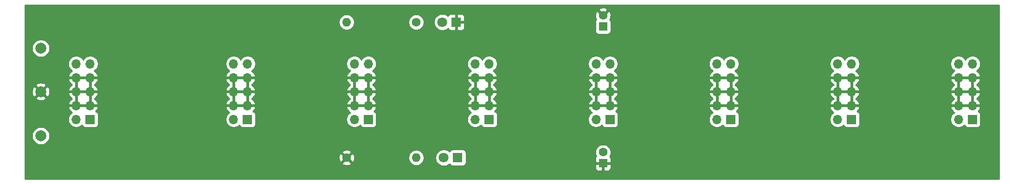
<source format=gbl>
G04 #@! TF.GenerationSoftware,KiCad,Pcbnew,(5.1.9)-1*
G04 #@! TF.CreationDate,2021-10-01T15:00:59+02:00*
G04 #@! TF.ProjectId,Distrib,44697374-7269-4622-9e6b-696361645f70,rev?*
G04 #@! TF.SameCoordinates,Original*
G04 #@! TF.FileFunction,Copper,L2,Bot*
G04 #@! TF.FilePolarity,Positive*
%FSLAX46Y46*%
G04 Gerber Fmt 4.6, Leading zero omitted, Abs format (unit mm)*
G04 Created by KiCad (PCBNEW (5.1.9)-1) date 2021-10-01 15:00:59*
%MOMM*%
%LPD*%
G01*
G04 APERTURE LIST*
G04 #@! TA.AperFunction,ComponentPad*
%ADD10C,2.000000*%
G04 #@! TD*
G04 #@! TA.AperFunction,ComponentPad*
%ADD11O,1.600000X1.600000*%
G04 #@! TD*
G04 #@! TA.AperFunction,ComponentPad*
%ADD12C,1.600000*%
G04 #@! TD*
G04 #@! TA.AperFunction,ComponentPad*
%ADD13O,1.700000X1.700000*%
G04 #@! TD*
G04 #@! TA.AperFunction,ComponentPad*
%ADD14R,1.700000X1.700000*%
G04 #@! TD*
G04 #@! TA.AperFunction,ComponentPad*
%ADD15C,1.800000*%
G04 #@! TD*
G04 #@! TA.AperFunction,ComponentPad*
%ADD16R,1.800000X1.800000*%
G04 #@! TD*
G04 #@! TA.AperFunction,ComponentPad*
%ADD17R,1.600000X1.600000*%
G04 #@! TD*
G04 #@! TA.AperFunction,ViaPad*
%ADD18C,3.800000*%
G04 #@! TD*
G04 #@! TA.AperFunction,Conductor*
%ADD19C,0.254000*%
G04 #@! TD*
G04 #@! TA.AperFunction,Conductor*
%ADD20C,0.100000*%
G04 #@! TD*
G04 APERTURE END LIST*
D10*
X55000000Y-79000000D03*
X55000000Y-70925000D03*
X55000000Y-63000000D03*
D11*
X123500000Y-83000000D03*
D12*
X110800000Y-83000000D03*
D11*
X110800000Y-58230000D03*
D12*
X123500000Y-58230000D03*
D13*
X61460000Y-65840000D03*
X64000000Y-65840000D03*
X61460000Y-68380000D03*
X64000000Y-68380000D03*
X61460000Y-70920000D03*
X64000000Y-70920000D03*
X61460000Y-73460000D03*
X64000000Y-73460000D03*
X61460000Y-76000000D03*
D14*
X64000000Y-76000000D03*
D13*
X90170000Y-65840000D03*
X92710000Y-65840000D03*
X90170000Y-68380000D03*
X92710000Y-68380000D03*
X90170000Y-70920000D03*
X92710000Y-70920000D03*
X90170000Y-73460000D03*
X92710000Y-73460000D03*
X90170000Y-76000000D03*
D14*
X92710000Y-76000000D03*
D13*
X222460000Y-65840000D03*
X225000000Y-65840000D03*
X222460000Y-68380000D03*
X225000000Y-68380000D03*
X222460000Y-70920000D03*
X225000000Y-70920000D03*
X222460000Y-73460000D03*
X225000000Y-73460000D03*
X222460000Y-76000000D03*
D14*
X225000000Y-76000000D03*
D13*
X112218333Y-65840000D03*
X114758333Y-65840000D03*
X112218333Y-68380000D03*
X114758333Y-68380000D03*
X112218333Y-70920000D03*
X114758333Y-70920000D03*
X112218333Y-73460000D03*
X114758333Y-73460000D03*
X112218333Y-76000000D03*
D14*
X114758333Y-76000000D03*
D13*
X156314999Y-65840000D03*
X158854999Y-65840000D03*
X156314999Y-68380000D03*
X158854999Y-68380000D03*
X156314999Y-70920000D03*
X158854999Y-70920000D03*
X156314999Y-73460000D03*
X158854999Y-73460000D03*
X156314999Y-76000000D03*
D14*
X158854999Y-76000000D03*
D13*
X134266666Y-65840000D03*
X136806666Y-65840000D03*
X134266666Y-68380000D03*
X136806666Y-68380000D03*
X134266666Y-70920000D03*
X136806666Y-70920000D03*
X134266666Y-73460000D03*
X136806666Y-73460000D03*
X134266666Y-76000000D03*
D14*
X136806666Y-76000000D03*
D13*
X200411665Y-65840000D03*
X202951665Y-65840000D03*
X200411665Y-68380000D03*
X202951665Y-68380000D03*
X200411665Y-70920000D03*
X202951665Y-70920000D03*
X200411665Y-73460000D03*
X202951665Y-73460000D03*
X200411665Y-76000000D03*
D14*
X202951665Y-76000000D03*
D13*
X178363332Y-65840000D03*
X180903332Y-65840000D03*
X178363332Y-68380000D03*
X180903332Y-68380000D03*
X178363332Y-70920000D03*
X180903332Y-70920000D03*
X178363332Y-73460000D03*
X180903332Y-73460000D03*
X178363332Y-76000000D03*
D14*
X180903332Y-76000000D03*
D15*
X128530000Y-83000000D03*
D16*
X131070000Y-83000000D03*
D15*
X128260000Y-58230000D03*
D16*
X130800000Y-58230000D03*
D12*
X157579999Y-82000000D03*
D17*
X157579999Y-84000000D03*
D12*
X157579999Y-57000000D03*
D17*
X157579999Y-59000000D03*
D18*
X54000000Y-57000000D03*
X228000000Y-85000000D03*
X228000000Y-57000000D03*
X54000000Y-85000000D03*
D19*
X229873000Y-86873000D02*
X52127000Y-86873000D01*
X52127000Y-84800000D01*
X156141927Y-84800000D01*
X156154187Y-84924482D01*
X156190497Y-85044180D01*
X156249462Y-85154494D01*
X156328814Y-85251185D01*
X156425505Y-85330537D01*
X156535819Y-85389502D01*
X156655517Y-85425812D01*
X156779999Y-85438072D01*
X157294249Y-85435000D01*
X157452999Y-85276250D01*
X157452999Y-84127000D01*
X157706999Y-84127000D01*
X157706999Y-85276250D01*
X157865749Y-85435000D01*
X158379999Y-85438072D01*
X158504481Y-85425812D01*
X158624179Y-85389502D01*
X158734493Y-85330537D01*
X158831184Y-85251185D01*
X158910536Y-85154494D01*
X158969501Y-85044180D01*
X159005811Y-84924482D01*
X159018071Y-84800000D01*
X159014999Y-84285750D01*
X158856249Y-84127000D01*
X157706999Y-84127000D01*
X157452999Y-84127000D01*
X156303749Y-84127000D01*
X156144999Y-84285750D01*
X156141927Y-84800000D01*
X52127000Y-84800000D01*
X52127000Y-83992702D01*
X109986903Y-83992702D01*
X110058486Y-84236671D01*
X110313996Y-84357571D01*
X110588184Y-84426300D01*
X110870512Y-84440217D01*
X111150130Y-84398787D01*
X111416292Y-84303603D01*
X111541514Y-84236671D01*
X111613097Y-83992702D01*
X110800000Y-83179605D01*
X109986903Y-83992702D01*
X52127000Y-83992702D01*
X52127000Y-83070512D01*
X109359783Y-83070512D01*
X109401213Y-83350130D01*
X109496397Y-83616292D01*
X109563329Y-83741514D01*
X109807298Y-83813097D01*
X110620395Y-83000000D01*
X110979605Y-83000000D01*
X111792702Y-83813097D01*
X112036671Y-83741514D01*
X112157571Y-83486004D01*
X112226300Y-83211816D01*
X112240217Y-82929488D01*
X112229724Y-82858665D01*
X122065000Y-82858665D01*
X122065000Y-83141335D01*
X122120147Y-83418574D01*
X122228320Y-83679727D01*
X122385363Y-83914759D01*
X122585241Y-84114637D01*
X122820273Y-84271680D01*
X123081426Y-84379853D01*
X123358665Y-84435000D01*
X123641335Y-84435000D01*
X123918574Y-84379853D01*
X124179727Y-84271680D01*
X124414759Y-84114637D01*
X124614637Y-83914759D01*
X124771680Y-83679727D01*
X124879853Y-83418574D01*
X124935000Y-83141335D01*
X124935000Y-82858665D01*
X124933041Y-82848816D01*
X126995000Y-82848816D01*
X126995000Y-83151184D01*
X127053989Y-83447743D01*
X127169701Y-83727095D01*
X127337688Y-83978505D01*
X127551495Y-84192312D01*
X127802905Y-84360299D01*
X128082257Y-84476011D01*
X128378816Y-84535000D01*
X128681184Y-84535000D01*
X128977743Y-84476011D01*
X129257095Y-84360299D01*
X129508505Y-84192312D01*
X129574944Y-84125873D01*
X129580498Y-84144180D01*
X129639463Y-84254494D01*
X129718815Y-84351185D01*
X129815506Y-84430537D01*
X129925820Y-84489502D01*
X130045518Y-84525812D01*
X130170000Y-84538072D01*
X131970000Y-84538072D01*
X132094482Y-84525812D01*
X132214180Y-84489502D01*
X132324494Y-84430537D01*
X132421185Y-84351185D01*
X132500537Y-84254494D01*
X132559502Y-84144180D01*
X132595812Y-84024482D01*
X132608072Y-83900000D01*
X132608072Y-83200000D01*
X156141927Y-83200000D01*
X156144999Y-83714250D01*
X156303749Y-83873000D01*
X157452999Y-83873000D01*
X157452999Y-83853000D01*
X157706999Y-83853000D01*
X157706999Y-83873000D01*
X158856249Y-83873000D01*
X159014999Y-83714250D01*
X159018071Y-83200000D01*
X159005811Y-83075518D01*
X158969501Y-82955820D01*
X158910536Y-82845506D01*
X158831184Y-82748815D01*
X158814606Y-82735210D01*
X158851679Y-82679727D01*
X158959852Y-82418574D01*
X159014999Y-82141335D01*
X159014999Y-81858665D01*
X158959852Y-81581426D01*
X158851679Y-81320273D01*
X158694636Y-81085241D01*
X158494758Y-80885363D01*
X158259726Y-80728320D01*
X157998573Y-80620147D01*
X157721334Y-80565000D01*
X157438664Y-80565000D01*
X157161425Y-80620147D01*
X156900272Y-80728320D01*
X156665240Y-80885363D01*
X156465362Y-81085241D01*
X156308319Y-81320273D01*
X156200146Y-81581426D01*
X156144999Y-81858665D01*
X156144999Y-82141335D01*
X156200146Y-82418574D01*
X156308319Y-82679727D01*
X156345392Y-82735210D01*
X156328814Y-82748815D01*
X156249462Y-82845506D01*
X156190497Y-82955820D01*
X156154187Y-83075518D01*
X156141927Y-83200000D01*
X132608072Y-83200000D01*
X132608072Y-82100000D01*
X132595812Y-81975518D01*
X132559502Y-81855820D01*
X132500537Y-81745506D01*
X132421185Y-81648815D01*
X132324494Y-81569463D01*
X132214180Y-81510498D01*
X132094482Y-81474188D01*
X131970000Y-81461928D01*
X130170000Y-81461928D01*
X130045518Y-81474188D01*
X129925820Y-81510498D01*
X129815506Y-81569463D01*
X129718815Y-81648815D01*
X129639463Y-81745506D01*
X129580498Y-81855820D01*
X129574944Y-81874127D01*
X129508505Y-81807688D01*
X129257095Y-81639701D01*
X128977743Y-81523989D01*
X128681184Y-81465000D01*
X128378816Y-81465000D01*
X128082257Y-81523989D01*
X127802905Y-81639701D01*
X127551495Y-81807688D01*
X127337688Y-82021495D01*
X127169701Y-82272905D01*
X127053989Y-82552257D01*
X126995000Y-82848816D01*
X124933041Y-82848816D01*
X124879853Y-82581426D01*
X124771680Y-82320273D01*
X124614637Y-82085241D01*
X124414759Y-81885363D01*
X124179727Y-81728320D01*
X123918574Y-81620147D01*
X123641335Y-81565000D01*
X123358665Y-81565000D01*
X123081426Y-81620147D01*
X122820273Y-81728320D01*
X122585241Y-81885363D01*
X122385363Y-82085241D01*
X122228320Y-82320273D01*
X122120147Y-82581426D01*
X122065000Y-82858665D01*
X112229724Y-82858665D01*
X112198787Y-82649870D01*
X112103603Y-82383708D01*
X112036671Y-82258486D01*
X111792702Y-82186903D01*
X110979605Y-83000000D01*
X110620395Y-83000000D01*
X109807298Y-82186903D01*
X109563329Y-82258486D01*
X109442429Y-82513996D01*
X109373700Y-82788184D01*
X109359783Y-83070512D01*
X52127000Y-83070512D01*
X52127000Y-82007298D01*
X109986903Y-82007298D01*
X110800000Y-82820395D01*
X111613097Y-82007298D01*
X111541514Y-81763329D01*
X111286004Y-81642429D01*
X111011816Y-81573700D01*
X110729488Y-81559783D01*
X110449870Y-81601213D01*
X110183708Y-81696397D01*
X110058486Y-81763329D01*
X109986903Y-82007298D01*
X52127000Y-82007298D01*
X52127000Y-78838967D01*
X53365000Y-78838967D01*
X53365000Y-79161033D01*
X53427832Y-79476912D01*
X53551082Y-79774463D01*
X53730013Y-80042252D01*
X53957748Y-80269987D01*
X54225537Y-80448918D01*
X54523088Y-80572168D01*
X54838967Y-80635000D01*
X55161033Y-80635000D01*
X55476912Y-80572168D01*
X55774463Y-80448918D01*
X56042252Y-80269987D01*
X56269987Y-80042252D01*
X56448918Y-79774463D01*
X56572168Y-79476912D01*
X56635000Y-79161033D01*
X56635000Y-78838967D01*
X56572168Y-78523088D01*
X56448918Y-78225537D01*
X56269987Y-77957748D01*
X56042252Y-77730013D01*
X55774463Y-77551082D01*
X55476912Y-77427832D01*
X55161033Y-77365000D01*
X54838967Y-77365000D01*
X54523088Y-77427832D01*
X54225537Y-77551082D01*
X53957748Y-77730013D01*
X53730013Y-77957748D01*
X53551082Y-78225537D01*
X53427832Y-78523088D01*
X53365000Y-78838967D01*
X52127000Y-78838967D01*
X52127000Y-75853740D01*
X59975000Y-75853740D01*
X59975000Y-76146260D01*
X60032068Y-76433158D01*
X60144010Y-76703411D01*
X60306525Y-76946632D01*
X60513368Y-77153475D01*
X60756589Y-77315990D01*
X61026842Y-77427932D01*
X61313740Y-77485000D01*
X61606260Y-77485000D01*
X61893158Y-77427932D01*
X62163411Y-77315990D01*
X62406632Y-77153475D01*
X62538487Y-77021620D01*
X62560498Y-77094180D01*
X62619463Y-77204494D01*
X62698815Y-77301185D01*
X62795506Y-77380537D01*
X62905820Y-77439502D01*
X63025518Y-77475812D01*
X63150000Y-77488072D01*
X64850000Y-77488072D01*
X64974482Y-77475812D01*
X65094180Y-77439502D01*
X65204494Y-77380537D01*
X65301185Y-77301185D01*
X65380537Y-77204494D01*
X65439502Y-77094180D01*
X65475812Y-76974482D01*
X65488072Y-76850000D01*
X65488072Y-75853740D01*
X88685000Y-75853740D01*
X88685000Y-76146260D01*
X88742068Y-76433158D01*
X88854010Y-76703411D01*
X89016525Y-76946632D01*
X89223368Y-77153475D01*
X89466589Y-77315990D01*
X89736842Y-77427932D01*
X90023740Y-77485000D01*
X90316260Y-77485000D01*
X90603158Y-77427932D01*
X90873411Y-77315990D01*
X91116632Y-77153475D01*
X91248487Y-77021620D01*
X91270498Y-77094180D01*
X91329463Y-77204494D01*
X91408815Y-77301185D01*
X91505506Y-77380537D01*
X91615820Y-77439502D01*
X91735518Y-77475812D01*
X91860000Y-77488072D01*
X93560000Y-77488072D01*
X93684482Y-77475812D01*
X93804180Y-77439502D01*
X93914494Y-77380537D01*
X94011185Y-77301185D01*
X94090537Y-77204494D01*
X94149502Y-77094180D01*
X94185812Y-76974482D01*
X94198072Y-76850000D01*
X94198072Y-75853740D01*
X110733333Y-75853740D01*
X110733333Y-76146260D01*
X110790401Y-76433158D01*
X110902343Y-76703411D01*
X111064858Y-76946632D01*
X111271701Y-77153475D01*
X111514922Y-77315990D01*
X111785175Y-77427932D01*
X112072073Y-77485000D01*
X112364593Y-77485000D01*
X112651491Y-77427932D01*
X112921744Y-77315990D01*
X113164965Y-77153475D01*
X113296820Y-77021620D01*
X113318831Y-77094180D01*
X113377796Y-77204494D01*
X113457148Y-77301185D01*
X113553839Y-77380537D01*
X113664153Y-77439502D01*
X113783851Y-77475812D01*
X113908333Y-77488072D01*
X115608333Y-77488072D01*
X115732815Y-77475812D01*
X115852513Y-77439502D01*
X115962827Y-77380537D01*
X116059518Y-77301185D01*
X116138870Y-77204494D01*
X116197835Y-77094180D01*
X116234145Y-76974482D01*
X116246405Y-76850000D01*
X116246405Y-75853740D01*
X132781666Y-75853740D01*
X132781666Y-76146260D01*
X132838734Y-76433158D01*
X132950676Y-76703411D01*
X133113191Y-76946632D01*
X133320034Y-77153475D01*
X133563255Y-77315990D01*
X133833508Y-77427932D01*
X134120406Y-77485000D01*
X134412926Y-77485000D01*
X134699824Y-77427932D01*
X134970077Y-77315990D01*
X135213298Y-77153475D01*
X135345153Y-77021620D01*
X135367164Y-77094180D01*
X135426129Y-77204494D01*
X135505481Y-77301185D01*
X135602172Y-77380537D01*
X135712486Y-77439502D01*
X135832184Y-77475812D01*
X135956666Y-77488072D01*
X137656666Y-77488072D01*
X137781148Y-77475812D01*
X137900846Y-77439502D01*
X138011160Y-77380537D01*
X138107851Y-77301185D01*
X138187203Y-77204494D01*
X138246168Y-77094180D01*
X138282478Y-76974482D01*
X138294738Y-76850000D01*
X138294738Y-75853740D01*
X154829999Y-75853740D01*
X154829999Y-76146260D01*
X154887067Y-76433158D01*
X154999009Y-76703411D01*
X155161524Y-76946632D01*
X155368367Y-77153475D01*
X155611588Y-77315990D01*
X155881841Y-77427932D01*
X156168739Y-77485000D01*
X156461259Y-77485000D01*
X156748157Y-77427932D01*
X157018410Y-77315990D01*
X157261631Y-77153475D01*
X157393486Y-77021620D01*
X157415497Y-77094180D01*
X157474462Y-77204494D01*
X157553814Y-77301185D01*
X157650505Y-77380537D01*
X157760819Y-77439502D01*
X157880517Y-77475812D01*
X158004999Y-77488072D01*
X159704999Y-77488072D01*
X159829481Y-77475812D01*
X159949179Y-77439502D01*
X160059493Y-77380537D01*
X160156184Y-77301185D01*
X160235536Y-77204494D01*
X160294501Y-77094180D01*
X160330811Y-76974482D01*
X160343071Y-76850000D01*
X160343071Y-75853740D01*
X176878332Y-75853740D01*
X176878332Y-76146260D01*
X176935400Y-76433158D01*
X177047342Y-76703411D01*
X177209857Y-76946632D01*
X177416700Y-77153475D01*
X177659921Y-77315990D01*
X177930174Y-77427932D01*
X178217072Y-77485000D01*
X178509592Y-77485000D01*
X178796490Y-77427932D01*
X179066743Y-77315990D01*
X179309964Y-77153475D01*
X179441819Y-77021620D01*
X179463830Y-77094180D01*
X179522795Y-77204494D01*
X179602147Y-77301185D01*
X179698838Y-77380537D01*
X179809152Y-77439502D01*
X179928850Y-77475812D01*
X180053332Y-77488072D01*
X181753332Y-77488072D01*
X181877814Y-77475812D01*
X181997512Y-77439502D01*
X182107826Y-77380537D01*
X182204517Y-77301185D01*
X182283869Y-77204494D01*
X182342834Y-77094180D01*
X182379144Y-76974482D01*
X182391404Y-76850000D01*
X182391404Y-75853740D01*
X198926665Y-75853740D01*
X198926665Y-76146260D01*
X198983733Y-76433158D01*
X199095675Y-76703411D01*
X199258190Y-76946632D01*
X199465033Y-77153475D01*
X199708254Y-77315990D01*
X199978507Y-77427932D01*
X200265405Y-77485000D01*
X200557925Y-77485000D01*
X200844823Y-77427932D01*
X201115076Y-77315990D01*
X201358297Y-77153475D01*
X201490152Y-77021620D01*
X201512163Y-77094180D01*
X201571128Y-77204494D01*
X201650480Y-77301185D01*
X201747171Y-77380537D01*
X201857485Y-77439502D01*
X201977183Y-77475812D01*
X202101665Y-77488072D01*
X203801665Y-77488072D01*
X203926147Y-77475812D01*
X204045845Y-77439502D01*
X204156159Y-77380537D01*
X204252850Y-77301185D01*
X204332202Y-77204494D01*
X204391167Y-77094180D01*
X204427477Y-76974482D01*
X204439737Y-76850000D01*
X204439737Y-75853740D01*
X220975000Y-75853740D01*
X220975000Y-76146260D01*
X221032068Y-76433158D01*
X221144010Y-76703411D01*
X221306525Y-76946632D01*
X221513368Y-77153475D01*
X221756589Y-77315990D01*
X222026842Y-77427932D01*
X222313740Y-77485000D01*
X222606260Y-77485000D01*
X222893158Y-77427932D01*
X223163411Y-77315990D01*
X223406632Y-77153475D01*
X223538487Y-77021620D01*
X223560498Y-77094180D01*
X223619463Y-77204494D01*
X223698815Y-77301185D01*
X223795506Y-77380537D01*
X223905820Y-77439502D01*
X224025518Y-77475812D01*
X224150000Y-77488072D01*
X225850000Y-77488072D01*
X225974482Y-77475812D01*
X226094180Y-77439502D01*
X226204494Y-77380537D01*
X226301185Y-77301185D01*
X226380537Y-77204494D01*
X226439502Y-77094180D01*
X226475812Y-76974482D01*
X226488072Y-76850000D01*
X226488072Y-75150000D01*
X226475812Y-75025518D01*
X226439502Y-74905820D01*
X226380537Y-74795506D01*
X226301185Y-74698815D01*
X226204494Y-74619463D01*
X226094180Y-74560498D01*
X226013534Y-74536034D01*
X226097588Y-74460269D01*
X226271641Y-74226920D01*
X226396825Y-73964099D01*
X226441476Y-73816890D01*
X226320155Y-73587000D01*
X225127000Y-73587000D01*
X225127000Y-73607000D01*
X224873000Y-73607000D01*
X224873000Y-73587000D01*
X222587000Y-73587000D01*
X222587000Y-73607000D01*
X222333000Y-73607000D01*
X222333000Y-73587000D01*
X221139845Y-73587000D01*
X221018524Y-73816890D01*
X221063175Y-73964099D01*
X221188359Y-74226920D01*
X221362412Y-74460269D01*
X221578645Y-74655178D01*
X221695534Y-74724805D01*
X221513368Y-74846525D01*
X221306525Y-75053368D01*
X221144010Y-75296589D01*
X221032068Y-75566842D01*
X220975000Y-75853740D01*
X204439737Y-75853740D01*
X204439737Y-75150000D01*
X204427477Y-75025518D01*
X204391167Y-74905820D01*
X204332202Y-74795506D01*
X204252850Y-74698815D01*
X204156159Y-74619463D01*
X204045845Y-74560498D01*
X203965199Y-74536034D01*
X204049253Y-74460269D01*
X204223306Y-74226920D01*
X204348490Y-73964099D01*
X204393141Y-73816890D01*
X204271820Y-73587000D01*
X203078665Y-73587000D01*
X203078665Y-73607000D01*
X202824665Y-73607000D01*
X202824665Y-73587000D01*
X200538665Y-73587000D01*
X200538665Y-73607000D01*
X200284665Y-73607000D01*
X200284665Y-73587000D01*
X199091510Y-73587000D01*
X198970189Y-73816890D01*
X199014840Y-73964099D01*
X199140024Y-74226920D01*
X199314077Y-74460269D01*
X199530310Y-74655178D01*
X199647199Y-74724805D01*
X199465033Y-74846525D01*
X199258190Y-75053368D01*
X199095675Y-75296589D01*
X198983733Y-75566842D01*
X198926665Y-75853740D01*
X182391404Y-75853740D01*
X182391404Y-75150000D01*
X182379144Y-75025518D01*
X182342834Y-74905820D01*
X182283869Y-74795506D01*
X182204517Y-74698815D01*
X182107826Y-74619463D01*
X181997512Y-74560498D01*
X181916866Y-74536034D01*
X182000920Y-74460269D01*
X182174973Y-74226920D01*
X182300157Y-73964099D01*
X182344808Y-73816890D01*
X182223487Y-73587000D01*
X181030332Y-73587000D01*
X181030332Y-73607000D01*
X180776332Y-73607000D01*
X180776332Y-73587000D01*
X178490332Y-73587000D01*
X178490332Y-73607000D01*
X178236332Y-73607000D01*
X178236332Y-73587000D01*
X177043177Y-73587000D01*
X176921856Y-73816890D01*
X176966507Y-73964099D01*
X177091691Y-74226920D01*
X177265744Y-74460269D01*
X177481977Y-74655178D01*
X177598866Y-74724805D01*
X177416700Y-74846525D01*
X177209857Y-75053368D01*
X177047342Y-75296589D01*
X176935400Y-75566842D01*
X176878332Y-75853740D01*
X160343071Y-75853740D01*
X160343071Y-75150000D01*
X160330811Y-75025518D01*
X160294501Y-74905820D01*
X160235536Y-74795506D01*
X160156184Y-74698815D01*
X160059493Y-74619463D01*
X159949179Y-74560498D01*
X159868533Y-74536034D01*
X159952587Y-74460269D01*
X160126640Y-74226920D01*
X160251824Y-73964099D01*
X160296475Y-73816890D01*
X160175154Y-73587000D01*
X158981999Y-73587000D01*
X158981999Y-73607000D01*
X158727999Y-73607000D01*
X158727999Y-73587000D01*
X156441999Y-73587000D01*
X156441999Y-73607000D01*
X156187999Y-73607000D01*
X156187999Y-73587000D01*
X154994844Y-73587000D01*
X154873523Y-73816890D01*
X154918174Y-73964099D01*
X155043358Y-74226920D01*
X155217411Y-74460269D01*
X155433644Y-74655178D01*
X155550533Y-74724805D01*
X155368367Y-74846525D01*
X155161524Y-75053368D01*
X154999009Y-75296589D01*
X154887067Y-75566842D01*
X154829999Y-75853740D01*
X138294738Y-75853740D01*
X138294738Y-75150000D01*
X138282478Y-75025518D01*
X138246168Y-74905820D01*
X138187203Y-74795506D01*
X138107851Y-74698815D01*
X138011160Y-74619463D01*
X137900846Y-74560498D01*
X137820200Y-74536034D01*
X137904254Y-74460269D01*
X138078307Y-74226920D01*
X138203491Y-73964099D01*
X138248142Y-73816890D01*
X138126821Y-73587000D01*
X136933666Y-73587000D01*
X136933666Y-73607000D01*
X136679666Y-73607000D01*
X136679666Y-73587000D01*
X134393666Y-73587000D01*
X134393666Y-73607000D01*
X134139666Y-73607000D01*
X134139666Y-73587000D01*
X132946511Y-73587000D01*
X132825190Y-73816890D01*
X132869841Y-73964099D01*
X132995025Y-74226920D01*
X133169078Y-74460269D01*
X133385311Y-74655178D01*
X133502200Y-74724805D01*
X133320034Y-74846525D01*
X133113191Y-75053368D01*
X132950676Y-75296589D01*
X132838734Y-75566842D01*
X132781666Y-75853740D01*
X116246405Y-75853740D01*
X116246405Y-75150000D01*
X116234145Y-75025518D01*
X116197835Y-74905820D01*
X116138870Y-74795506D01*
X116059518Y-74698815D01*
X115962827Y-74619463D01*
X115852513Y-74560498D01*
X115771867Y-74536034D01*
X115855921Y-74460269D01*
X116029974Y-74226920D01*
X116155158Y-73964099D01*
X116199809Y-73816890D01*
X116078488Y-73587000D01*
X114885333Y-73587000D01*
X114885333Y-73607000D01*
X114631333Y-73607000D01*
X114631333Y-73587000D01*
X112345333Y-73587000D01*
X112345333Y-73607000D01*
X112091333Y-73607000D01*
X112091333Y-73587000D01*
X110898178Y-73587000D01*
X110776857Y-73816890D01*
X110821508Y-73964099D01*
X110946692Y-74226920D01*
X111120745Y-74460269D01*
X111336978Y-74655178D01*
X111453867Y-74724805D01*
X111271701Y-74846525D01*
X111064858Y-75053368D01*
X110902343Y-75296589D01*
X110790401Y-75566842D01*
X110733333Y-75853740D01*
X94198072Y-75853740D01*
X94198072Y-75150000D01*
X94185812Y-75025518D01*
X94149502Y-74905820D01*
X94090537Y-74795506D01*
X94011185Y-74698815D01*
X93914494Y-74619463D01*
X93804180Y-74560498D01*
X93723534Y-74536034D01*
X93807588Y-74460269D01*
X93981641Y-74226920D01*
X94106825Y-73964099D01*
X94151476Y-73816890D01*
X94030155Y-73587000D01*
X92837000Y-73587000D01*
X92837000Y-73607000D01*
X92583000Y-73607000D01*
X92583000Y-73587000D01*
X90297000Y-73587000D01*
X90297000Y-73607000D01*
X90043000Y-73607000D01*
X90043000Y-73587000D01*
X88849845Y-73587000D01*
X88728524Y-73816890D01*
X88773175Y-73964099D01*
X88898359Y-74226920D01*
X89072412Y-74460269D01*
X89288645Y-74655178D01*
X89405534Y-74724805D01*
X89223368Y-74846525D01*
X89016525Y-75053368D01*
X88854010Y-75296589D01*
X88742068Y-75566842D01*
X88685000Y-75853740D01*
X65488072Y-75853740D01*
X65488072Y-75150000D01*
X65475812Y-75025518D01*
X65439502Y-74905820D01*
X65380537Y-74795506D01*
X65301185Y-74698815D01*
X65204494Y-74619463D01*
X65094180Y-74560498D01*
X65013534Y-74536034D01*
X65097588Y-74460269D01*
X65271641Y-74226920D01*
X65396825Y-73964099D01*
X65441476Y-73816890D01*
X65320155Y-73587000D01*
X64127000Y-73587000D01*
X64127000Y-73607000D01*
X63873000Y-73607000D01*
X63873000Y-73587000D01*
X61587000Y-73587000D01*
X61587000Y-73607000D01*
X61333000Y-73607000D01*
X61333000Y-73587000D01*
X60139845Y-73587000D01*
X60018524Y-73816890D01*
X60063175Y-73964099D01*
X60188359Y-74226920D01*
X60362412Y-74460269D01*
X60578645Y-74655178D01*
X60695534Y-74724805D01*
X60513368Y-74846525D01*
X60306525Y-75053368D01*
X60144010Y-75296589D01*
X60032068Y-75566842D01*
X59975000Y-75853740D01*
X52127000Y-75853740D01*
X52127000Y-72060413D01*
X54044192Y-72060413D01*
X54139956Y-72324814D01*
X54429571Y-72465704D01*
X54741108Y-72547384D01*
X55062595Y-72566718D01*
X55381675Y-72522961D01*
X55686088Y-72417795D01*
X55860044Y-72324814D01*
X55955808Y-72060413D01*
X55000000Y-71104605D01*
X54044192Y-72060413D01*
X52127000Y-72060413D01*
X52127000Y-70987595D01*
X53358282Y-70987595D01*
X53402039Y-71306675D01*
X53507205Y-71611088D01*
X53600186Y-71785044D01*
X53864587Y-71880808D01*
X54820395Y-70925000D01*
X55179605Y-70925000D01*
X56135413Y-71880808D01*
X56399814Y-71785044D01*
X56540704Y-71495429D01*
X56598001Y-71276890D01*
X60018524Y-71276890D01*
X60063175Y-71424099D01*
X60188359Y-71686920D01*
X60362412Y-71920269D01*
X60578645Y-72115178D01*
X60704255Y-72190000D01*
X60578645Y-72264822D01*
X60362412Y-72459731D01*
X60188359Y-72693080D01*
X60063175Y-72955901D01*
X60018524Y-73103110D01*
X60139845Y-73333000D01*
X61333000Y-73333000D01*
X61333000Y-71047000D01*
X61587000Y-71047000D01*
X61587000Y-73333000D01*
X63873000Y-73333000D01*
X63873000Y-71047000D01*
X64127000Y-71047000D01*
X64127000Y-73333000D01*
X65320155Y-73333000D01*
X65441476Y-73103110D01*
X65396825Y-72955901D01*
X65271641Y-72693080D01*
X65097588Y-72459731D01*
X64881355Y-72264822D01*
X64755745Y-72190000D01*
X64881355Y-72115178D01*
X65097588Y-71920269D01*
X65271641Y-71686920D01*
X65396825Y-71424099D01*
X65441476Y-71276890D01*
X88728524Y-71276890D01*
X88773175Y-71424099D01*
X88898359Y-71686920D01*
X89072412Y-71920269D01*
X89288645Y-72115178D01*
X89414255Y-72190000D01*
X89288645Y-72264822D01*
X89072412Y-72459731D01*
X88898359Y-72693080D01*
X88773175Y-72955901D01*
X88728524Y-73103110D01*
X88849845Y-73333000D01*
X90043000Y-73333000D01*
X90043000Y-71047000D01*
X90297000Y-71047000D01*
X90297000Y-73333000D01*
X92583000Y-73333000D01*
X92583000Y-71047000D01*
X92837000Y-71047000D01*
X92837000Y-73333000D01*
X94030155Y-73333000D01*
X94151476Y-73103110D01*
X94106825Y-72955901D01*
X93981641Y-72693080D01*
X93807588Y-72459731D01*
X93591355Y-72264822D01*
X93465745Y-72190000D01*
X93591355Y-72115178D01*
X93807588Y-71920269D01*
X93981641Y-71686920D01*
X94106825Y-71424099D01*
X94151476Y-71276890D01*
X110776857Y-71276890D01*
X110821508Y-71424099D01*
X110946692Y-71686920D01*
X111120745Y-71920269D01*
X111336978Y-72115178D01*
X111462588Y-72190000D01*
X111336978Y-72264822D01*
X111120745Y-72459731D01*
X110946692Y-72693080D01*
X110821508Y-72955901D01*
X110776857Y-73103110D01*
X110898178Y-73333000D01*
X112091333Y-73333000D01*
X112091333Y-71047000D01*
X112345333Y-71047000D01*
X112345333Y-73333000D01*
X114631333Y-73333000D01*
X114631333Y-71047000D01*
X114885333Y-71047000D01*
X114885333Y-73333000D01*
X116078488Y-73333000D01*
X116199809Y-73103110D01*
X116155158Y-72955901D01*
X116029974Y-72693080D01*
X115855921Y-72459731D01*
X115639688Y-72264822D01*
X115514078Y-72190000D01*
X115639688Y-72115178D01*
X115855921Y-71920269D01*
X116029974Y-71686920D01*
X116155158Y-71424099D01*
X116199809Y-71276890D01*
X132825190Y-71276890D01*
X132869841Y-71424099D01*
X132995025Y-71686920D01*
X133169078Y-71920269D01*
X133385311Y-72115178D01*
X133510921Y-72190000D01*
X133385311Y-72264822D01*
X133169078Y-72459731D01*
X132995025Y-72693080D01*
X132869841Y-72955901D01*
X132825190Y-73103110D01*
X132946511Y-73333000D01*
X134139666Y-73333000D01*
X134139666Y-71047000D01*
X134393666Y-71047000D01*
X134393666Y-73333000D01*
X136679666Y-73333000D01*
X136679666Y-71047000D01*
X136933666Y-71047000D01*
X136933666Y-73333000D01*
X138126821Y-73333000D01*
X138248142Y-73103110D01*
X138203491Y-72955901D01*
X138078307Y-72693080D01*
X137904254Y-72459731D01*
X137688021Y-72264822D01*
X137562411Y-72190000D01*
X137688021Y-72115178D01*
X137904254Y-71920269D01*
X138078307Y-71686920D01*
X138203491Y-71424099D01*
X138248142Y-71276890D01*
X154873523Y-71276890D01*
X154918174Y-71424099D01*
X155043358Y-71686920D01*
X155217411Y-71920269D01*
X155433644Y-72115178D01*
X155559254Y-72190000D01*
X155433644Y-72264822D01*
X155217411Y-72459731D01*
X155043358Y-72693080D01*
X154918174Y-72955901D01*
X154873523Y-73103110D01*
X154994844Y-73333000D01*
X156187999Y-73333000D01*
X156187999Y-71047000D01*
X156441999Y-71047000D01*
X156441999Y-73333000D01*
X158727999Y-73333000D01*
X158727999Y-71047000D01*
X158981999Y-71047000D01*
X158981999Y-73333000D01*
X160175154Y-73333000D01*
X160296475Y-73103110D01*
X160251824Y-72955901D01*
X160126640Y-72693080D01*
X159952587Y-72459731D01*
X159736354Y-72264822D01*
X159610744Y-72190000D01*
X159736354Y-72115178D01*
X159952587Y-71920269D01*
X160126640Y-71686920D01*
X160251824Y-71424099D01*
X160296475Y-71276890D01*
X176921856Y-71276890D01*
X176966507Y-71424099D01*
X177091691Y-71686920D01*
X177265744Y-71920269D01*
X177481977Y-72115178D01*
X177607587Y-72190000D01*
X177481977Y-72264822D01*
X177265744Y-72459731D01*
X177091691Y-72693080D01*
X176966507Y-72955901D01*
X176921856Y-73103110D01*
X177043177Y-73333000D01*
X178236332Y-73333000D01*
X178236332Y-71047000D01*
X178490332Y-71047000D01*
X178490332Y-73333000D01*
X180776332Y-73333000D01*
X180776332Y-71047000D01*
X181030332Y-71047000D01*
X181030332Y-73333000D01*
X182223487Y-73333000D01*
X182344808Y-73103110D01*
X182300157Y-72955901D01*
X182174973Y-72693080D01*
X182000920Y-72459731D01*
X181784687Y-72264822D01*
X181659077Y-72190000D01*
X181784687Y-72115178D01*
X182000920Y-71920269D01*
X182174973Y-71686920D01*
X182300157Y-71424099D01*
X182344808Y-71276890D01*
X198970189Y-71276890D01*
X199014840Y-71424099D01*
X199140024Y-71686920D01*
X199314077Y-71920269D01*
X199530310Y-72115178D01*
X199655920Y-72190000D01*
X199530310Y-72264822D01*
X199314077Y-72459731D01*
X199140024Y-72693080D01*
X199014840Y-72955901D01*
X198970189Y-73103110D01*
X199091510Y-73333000D01*
X200284665Y-73333000D01*
X200284665Y-71047000D01*
X200538665Y-71047000D01*
X200538665Y-73333000D01*
X202824665Y-73333000D01*
X202824665Y-71047000D01*
X203078665Y-71047000D01*
X203078665Y-73333000D01*
X204271820Y-73333000D01*
X204393141Y-73103110D01*
X204348490Y-72955901D01*
X204223306Y-72693080D01*
X204049253Y-72459731D01*
X203833020Y-72264822D01*
X203707410Y-72190000D01*
X203833020Y-72115178D01*
X204049253Y-71920269D01*
X204223306Y-71686920D01*
X204348490Y-71424099D01*
X204393141Y-71276890D01*
X221018524Y-71276890D01*
X221063175Y-71424099D01*
X221188359Y-71686920D01*
X221362412Y-71920269D01*
X221578645Y-72115178D01*
X221704255Y-72190000D01*
X221578645Y-72264822D01*
X221362412Y-72459731D01*
X221188359Y-72693080D01*
X221063175Y-72955901D01*
X221018524Y-73103110D01*
X221139845Y-73333000D01*
X222333000Y-73333000D01*
X222333000Y-71047000D01*
X222587000Y-71047000D01*
X222587000Y-73333000D01*
X224873000Y-73333000D01*
X224873000Y-71047000D01*
X225127000Y-71047000D01*
X225127000Y-73333000D01*
X226320155Y-73333000D01*
X226441476Y-73103110D01*
X226396825Y-72955901D01*
X226271641Y-72693080D01*
X226097588Y-72459731D01*
X225881355Y-72264822D01*
X225755745Y-72190000D01*
X225881355Y-72115178D01*
X226097588Y-71920269D01*
X226271641Y-71686920D01*
X226396825Y-71424099D01*
X226441476Y-71276890D01*
X226320155Y-71047000D01*
X225127000Y-71047000D01*
X224873000Y-71047000D01*
X222587000Y-71047000D01*
X222333000Y-71047000D01*
X221139845Y-71047000D01*
X221018524Y-71276890D01*
X204393141Y-71276890D01*
X204271820Y-71047000D01*
X203078665Y-71047000D01*
X202824665Y-71047000D01*
X200538665Y-71047000D01*
X200284665Y-71047000D01*
X199091510Y-71047000D01*
X198970189Y-71276890D01*
X182344808Y-71276890D01*
X182223487Y-71047000D01*
X181030332Y-71047000D01*
X180776332Y-71047000D01*
X178490332Y-71047000D01*
X178236332Y-71047000D01*
X177043177Y-71047000D01*
X176921856Y-71276890D01*
X160296475Y-71276890D01*
X160175154Y-71047000D01*
X158981999Y-71047000D01*
X158727999Y-71047000D01*
X156441999Y-71047000D01*
X156187999Y-71047000D01*
X154994844Y-71047000D01*
X154873523Y-71276890D01*
X138248142Y-71276890D01*
X138126821Y-71047000D01*
X136933666Y-71047000D01*
X136679666Y-71047000D01*
X134393666Y-71047000D01*
X134139666Y-71047000D01*
X132946511Y-71047000D01*
X132825190Y-71276890D01*
X116199809Y-71276890D01*
X116078488Y-71047000D01*
X114885333Y-71047000D01*
X114631333Y-71047000D01*
X112345333Y-71047000D01*
X112091333Y-71047000D01*
X110898178Y-71047000D01*
X110776857Y-71276890D01*
X94151476Y-71276890D01*
X94030155Y-71047000D01*
X92837000Y-71047000D01*
X92583000Y-71047000D01*
X90297000Y-71047000D01*
X90043000Y-71047000D01*
X88849845Y-71047000D01*
X88728524Y-71276890D01*
X65441476Y-71276890D01*
X65320155Y-71047000D01*
X64127000Y-71047000D01*
X63873000Y-71047000D01*
X61587000Y-71047000D01*
X61333000Y-71047000D01*
X60139845Y-71047000D01*
X60018524Y-71276890D01*
X56598001Y-71276890D01*
X56622384Y-71183892D01*
X56641718Y-70862405D01*
X56597961Y-70543325D01*
X56492795Y-70238912D01*
X56399814Y-70064956D01*
X56135413Y-69969192D01*
X55179605Y-70925000D01*
X54820395Y-70925000D01*
X53864587Y-69969192D01*
X53600186Y-70064956D01*
X53459296Y-70354571D01*
X53377616Y-70666108D01*
X53358282Y-70987595D01*
X52127000Y-70987595D01*
X52127000Y-69789587D01*
X54044192Y-69789587D01*
X55000000Y-70745395D01*
X55955808Y-69789587D01*
X55860044Y-69525186D01*
X55570429Y-69384296D01*
X55258892Y-69302616D01*
X54937405Y-69283282D01*
X54618325Y-69327039D01*
X54313912Y-69432205D01*
X54139956Y-69525186D01*
X54044192Y-69789587D01*
X52127000Y-69789587D01*
X52127000Y-68736890D01*
X60018524Y-68736890D01*
X60063175Y-68884099D01*
X60188359Y-69146920D01*
X60362412Y-69380269D01*
X60578645Y-69575178D01*
X60704255Y-69650000D01*
X60578645Y-69724822D01*
X60362412Y-69919731D01*
X60188359Y-70153080D01*
X60063175Y-70415901D01*
X60018524Y-70563110D01*
X60139845Y-70793000D01*
X61333000Y-70793000D01*
X61333000Y-68507000D01*
X61587000Y-68507000D01*
X61587000Y-70793000D01*
X63873000Y-70793000D01*
X63873000Y-68507000D01*
X64127000Y-68507000D01*
X64127000Y-70793000D01*
X65320155Y-70793000D01*
X65441476Y-70563110D01*
X65396825Y-70415901D01*
X65271641Y-70153080D01*
X65097588Y-69919731D01*
X64881355Y-69724822D01*
X64755745Y-69650000D01*
X64881355Y-69575178D01*
X65097588Y-69380269D01*
X65271641Y-69146920D01*
X65396825Y-68884099D01*
X65441476Y-68736890D01*
X88728524Y-68736890D01*
X88773175Y-68884099D01*
X88898359Y-69146920D01*
X89072412Y-69380269D01*
X89288645Y-69575178D01*
X89414255Y-69650000D01*
X89288645Y-69724822D01*
X89072412Y-69919731D01*
X88898359Y-70153080D01*
X88773175Y-70415901D01*
X88728524Y-70563110D01*
X88849845Y-70793000D01*
X90043000Y-70793000D01*
X90043000Y-68507000D01*
X90297000Y-68507000D01*
X90297000Y-70793000D01*
X92583000Y-70793000D01*
X92583000Y-68507000D01*
X92837000Y-68507000D01*
X92837000Y-70793000D01*
X94030155Y-70793000D01*
X94151476Y-70563110D01*
X94106825Y-70415901D01*
X93981641Y-70153080D01*
X93807588Y-69919731D01*
X93591355Y-69724822D01*
X93465745Y-69650000D01*
X93591355Y-69575178D01*
X93807588Y-69380269D01*
X93981641Y-69146920D01*
X94106825Y-68884099D01*
X94151476Y-68736890D01*
X110776857Y-68736890D01*
X110821508Y-68884099D01*
X110946692Y-69146920D01*
X111120745Y-69380269D01*
X111336978Y-69575178D01*
X111462588Y-69650000D01*
X111336978Y-69724822D01*
X111120745Y-69919731D01*
X110946692Y-70153080D01*
X110821508Y-70415901D01*
X110776857Y-70563110D01*
X110898178Y-70793000D01*
X112091333Y-70793000D01*
X112091333Y-68507000D01*
X112345333Y-68507000D01*
X112345333Y-70793000D01*
X114631333Y-70793000D01*
X114631333Y-68507000D01*
X114885333Y-68507000D01*
X114885333Y-70793000D01*
X116078488Y-70793000D01*
X116199809Y-70563110D01*
X116155158Y-70415901D01*
X116029974Y-70153080D01*
X115855921Y-69919731D01*
X115639688Y-69724822D01*
X115514078Y-69650000D01*
X115639688Y-69575178D01*
X115855921Y-69380269D01*
X116029974Y-69146920D01*
X116155158Y-68884099D01*
X116199809Y-68736890D01*
X132825190Y-68736890D01*
X132869841Y-68884099D01*
X132995025Y-69146920D01*
X133169078Y-69380269D01*
X133385311Y-69575178D01*
X133510921Y-69650000D01*
X133385311Y-69724822D01*
X133169078Y-69919731D01*
X132995025Y-70153080D01*
X132869841Y-70415901D01*
X132825190Y-70563110D01*
X132946511Y-70793000D01*
X134139666Y-70793000D01*
X134139666Y-68507000D01*
X134393666Y-68507000D01*
X134393666Y-70793000D01*
X136679666Y-70793000D01*
X136679666Y-68507000D01*
X136933666Y-68507000D01*
X136933666Y-70793000D01*
X138126821Y-70793000D01*
X138248142Y-70563110D01*
X138203491Y-70415901D01*
X138078307Y-70153080D01*
X137904254Y-69919731D01*
X137688021Y-69724822D01*
X137562411Y-69650000D01*
X137688021Y-69575178D01*
X137904254Y-69380269D01*
X138078307Y-69146920D01*
X138203491Y-68884099D01*
X138248142Y-68736890D01*
X154873523Y-68736890D01*
X154918174Y-68884099D01*
X155043358Y-69146920D01*
X155217411Y-69380269D01*
X155433644Y-69575178D01*
X155559254Y-69650000D01*
X155433644Y-69724822D01*
X155217411Y-69919731D01*
X155043358Y-70153080D01*
X154918174Y-70415901D01*
X154873523Y-70563110D01*
X154994844Y-70793000D01*
X156187999Y-70793000D01*
X156187999Y-68507000D01*
X156441999Y-68507000D01*
X156441999Y-70793000D01*
X158727999Y-70793000D01*
X158727999Y-68507000D01*
X158981999Y-68507000D01*
X158981999Y-70793000D01*
X160175154Y-70793000D01*
X160296475Y-70563110D01*
X160251824Y-70415901D01*
X160126640Y-70153080D01*
X159952587Y-69919731D01*
X159736354Y-69724822D01*
X159610744Y-69650000D01*
X159736354Y-69575178D01*
X159952587Y-69380269D01*
X160126640Y-69146920D01*
X160251824Y-68884099D01*
X160296475Y-68736890D01*
X176921856Y-68736890D01*
X176966507Y-68884099D01*
X177091691Y-69146920D01*
X177265744Y-69380269D01*
X177481977Y-69575178D01*
X177607587Y-69650000D01*
X177481977Y-69724822D01*
X177265744Y-69919731D01*
X177091691Y-70153080D01*
X176966507Y-70415901D01*
X176921856Y-70563110D01*
X177043177Y-70793000D01*
X178236332Y-70793000D01*
X178236332Y-68507000D01*
X178490332Y-68507000D01*
X178490332Y-70793000D01*
X180776332Y-70793000D01*
X180776332Y-68507000D01*
X181030332Y-68507000D01*
X181030332Y-70793000D01*
X182223487Y-70793000D01*
X182344808Y-70563110D01*
X182300157Y-70415901D01*
X182174973Y-70153080D01*
X182000920Y-69919731D01*
X181784687Y-69724822D01*
X181659077Y-69650000D01*
X181784687Y-69575178D01*
X182000920Y-69380269D01*
X182174973Y-69146920D01*
X182300157Y-68884099D01*
X182344808Y-68736890D01*
X198970189Y-68736890D01*
X199014840Y-68884099D01*
X199140024Y-69146920D01*
X199314077Y-69380269D01*
X199530310Y-69575178D01*
X199655920Y-69650000D01*
X199530310Y-69724822D01*
X199314077Y-69919731D01*
X199140024Y-70153080D01*
X199014840Y-70415901D01*
X198970189Y-70563110D01*
X199091510Y-70793000D01*
X200284665Y-70793000D01*
X200284665Y-68507000D01*
X200538665Y-68507000D01*
X200538665Y-70793000D01*
X202824665Y-70793000D01*
X202824665Y-68507000D01*
X203078665Y-68507000D01*
X203078665Y-70793000D01*
X204271820Y-70793000D01*
X204393141Y-70563110D01*
X204348490Y-70415901D01*
X204223306Y-70153080D01*
X204049253Y-69919731D01*
X203833020Y-69724822D01*
X203707410Y-69650000D01*
X203833020Y-69575178D01*
X204049253Y-69380269D01*
X204223306Y-69146920D01*
X204348490Y-68884099D01*
X204393141Y-68736890D01*
X221018524Y-68736890D01*
X221063175Y-68884099D01*
X221188359Y-69146920D01*
X221362412Y-69380269D01*
X221578645Y-69575178D01*
X221704255Y-69650000D01*
X221578645Y-69724822D01*
X221362412Y-69919731D01*
X221188359Y-70153080D01*
X221063175Y-70415901D01*
X221018524Y-70563110D01*
X221139845Y-70793000D01*
X222333000Y-70793000D01*
X222333000Y-68507000D01*
X222587000Y-68507000D01*
X222587000Y-70793000D01*
X224873000Y-70793000D01*
X224873000Y-68507000D01*
X225127000Y-68507000D01*
X225127000Y-70793000D01*
X226320155Y-70793000D01*
X226441476Y-70563110D01*
X226396825Y-70415901D01*
X226271641Y-70153080D01*
X226097588Y-69919731D01*
X225881355Y-69724822D01*
X225755745Y-69650000D01*
X225881355Y-69575178D01*
X226097588Y-69380269D01*
X226271641Y-69146920D01*
X226396825Y-68884099D01*
X226441476Y-68736890D01*
X226320155Y-68507000D01*
X225127000Y-68507000D01*
X224873000Y-68507000D01*
X222587000Y-68507000D01*
X222333000Y-68507000D01*
X221139845Y-68507000D01*
X221018524Y-68736890D01*
X204393141Y-68736890D01*
X204271820Y-68507000D01*
X203078665Y-68507000D01*
X202824665Y-68507000D01*
X200538665Y-68507000D01*
X200284665Y-68507000D01*
X199091510Y-68507000D01*
X198970189Y-68736890D01*
X182344808Y-68736890D01*
X182223487Y-68507000D01*
X181030332Y-68507000D01*
X180776332Y-68507000D01*
X178490332Y-68507000D01*
X178236332Y-68507000D01*
X177043177Y-68507000D01*
X176921856Y-68736890D01*
X160296475Y-68736890D01*
X160175154Y-68507000D01*
X158981999Y-68507000D01*
X158727999Y-68507000D01*
X156441999Y-68507000D01*
X156187999Y-68507000D01*
X154994844Y-68507000D01*
X154873523Y-68736890D01*
X138248142Y-68736890D01*
X138126821Y-68507000D01*
X136933666Y-68507000D01*
X136679666Y-68507000D01*
X134393666Y-68507000D01*
X134139666Y-68507000D01*
X132946511Y-68507000D01*
X132825190Y-68736890D01*
X116199809Y-68736890D01*
X116078488Y-68507000D01*
X114885333Y-68507000D01*
X114631333Y-68507000D01*
X112345333Y-68507000D01*
X112091333Y-68507000D01*
X110898178Y-68507000D01*
X110776857Y-68736890D01*
X94151476Y-68736890D01*
X94030155Y-68507000D01*
X92837000Y-68507000D01*
X92583000Y-68507000D01*
X90297000Y-68507000D01*
X90043000Y-68507000D01*
X88849845Y-68507000D01*
X88728524Y-68736890D01*
X65441476Y-68736890D01*
X65320155Y-68507000D01*
X64127000Y-68507000D01*
X63873000Y-68507000D01*
X61587000Y-68507000D01*
X61333000Y-68507000D01*
X60139845Y-68507000D01*
X60018524Y-68736890D01*
X52127000Y-68736890D01*
X52127000Y-65693740D01*
X59975000Y-65693740D01*
X59975000Y-65986260D01*
X60032068Y-66273158D01*
X60144010Y-66543411D01*
X60306525Y-66786632D01*
X60513368Y-66993475D01*
X60695534Y-67115195D01*
X60578645Y-67184822D01*
X60362412Y-67379731D01*
X60188359Y-67613080D01*
X60063175Y-67875901D01*
X60018524Y-68023110D01*
X60139845Y-68253000D01*
X61333000Y-68253000D01*
X61333000Y-68233000D01*
X61587000Y-68233000D01*
X61587000Y-68253000D01*
X63873000Y-68253000D01*
X63873000Y-68233000D01*
X64127000Y-68233000D01*
X64127000Y-68253000D01*
X65320155Y-68253000D01*
X65441476Y-68023110D01*
X65396825Y-67875901D01*
X65271641Y-67613080D01*
X65097588Y-67379731D01*
X64881355Y-67184822D01*
X64764466Y-67115195D01*
X64946632Y-66993475D01*
X65153475Y-66786632D01*
X65315990Y-66543411D01*
X65427932Y-66273158D01*
X65485000Y-65986260D01*
X65485000Y-65693740D01*
X88685000Y-65693740D01*
X88685000Y-65986260D01*
X88742068Y-66273158D01*
X88854010Y-66543411D01*
X89016525Y-66786632D01*
X89223368Y-66993475D01*
X89405534Y-67115195D01*
X89288645Y-67184822D01*
X89072412Y-67379731D01*
X88898359Y-67613080D01*
X88773175Y-67875901D01*
X88728524Y-68023110D01*
X88849845Y-68253000D01*
X90043000Y-68253000D01*
X90043000Y-68233000D01*
X90297000Y-68233000D01*
X90297000Y-68253000D01*
X92583000Y-68253000D01*
X92583000Y-68233000D01*
X92837000Y-68233000D01*
X92837000Y-68253000D01*
X94030155Y-68253000D01*
X94151476Y-68023110D01*
X94106825Y-67875901D01*
X93981641Y-67613080D01*
X93807588Y-67379731D01*
X93591355Y-67184822D01*
X93474466Y-67115195D01*
X93656632Y-66993475D01*
X93863475Y-66786632D01*
X94025990Y-66543411D01*
X94137932Y-66273158D01*
X94195000Y-65986260D01*
X94195000Y-65693740D01*
X110733333Y-65693740D01*
X110733333Y-65986260D01*
X110790401Y-66273158D01*
X110902343Y-66543411D01*
X111064858Y-66786632D01*
X111271701Y-66993475D01*
X111453867Y-67115195D01*
X111336978Y-67184822D01*
X111120745Y-67379731D01*
X110946692Y-67613080D01*
X110821508Y-67875901D01*
X110776857Y-68023110D01*
X110898178Y-68253000D01*
X112091333Y-68253000D01*
X112091333Y-68233000D01*
X112345333Y-68233000D01*
X112345333Y-68253000D01*
X114631333Y-68253000D01*
X114631333Y-68233000D01*
X114885333Y-68233000D01*
X114885333Y-68253000D01*
X116078488Y-68253000D01*
X116199809Y-68023110D01*
X116155158Y-67875901D01*
X116029974Y-67613080D01*
X115855921Y-67379731D01*
X115639688Y-67184822D01*
X115522799Y-67115195D01*
X115704965Y-66993475D01*
X115911808Y-66786632D01*
X116074323Y-66543411D01*
X116186265Y-66273158D01*
X116243333Y-65986260D01*
X116243333Y-65693740D01*
X132781666Y-65693740D01*
X132781666Y-65986260D01*
X132838734Y-66273158D01*
X132950676Y-66543411D01*
X133113191Y-66786632D01*
X133320034Y-66993475D01*
X133502200Y-67115195D01*
X133385311Y-67184822D01*
X133169078Y-67379731D01*
X132995025Y-67613080D01*
X132869841Y-67875901D01*
X132825190Y-68023110D01*
X132946511Y-68253000D01*
X134139666Y-68253000D01*
X134139666Y-68233000D01*
X134393666Y-68233000D01*
X134393666Y-68253000D01*
X136679666Y-68253000D01*
X136679666Y-68233000D01*
X136933666Y-68233000D01*
X136933666Y-68253000D01*
X138126821Y-68253000D01*
X138248142Y-68023110D01*
X138203491Y-67875901D01*
X138078307Y-67613080D01*
X137904254Y-67379731D01*
X137688021Y-67184822D01*
X137571132Y-67115195D01*
X137753298Y-66993475D01*
X137960141Y-66786632D01*
X138122656Y-66543411D01*
X138234598Y-66273158D01*
X138291666Y-65986260D01*
X138291666Y-65693740D01*
X154829999Y-65693740D01*
X154829999Y-65986260D01*
X154887067Y-66273158D01*
X154999009Y-66543411D01*
X155161524Y-66786632D01*
X155368367Y-66993475D01*
X155550533Y-67115195D01*
X155433644Y-67184822D01*
X155217411Y-67379731D01*
X155043358Y-67613080D01*
X154918174Y-67875901D01*
X154873523Y-68023110D01*
X154994844Y-68253000D01*
X156187999Y-68253000D01*
X156187999Y-68233000D01*
X156441999Y-68233000D01*
X156441999Y-68253000D01*
X158727999Y-68253000D01*
X158727999Y-68233000D01*
X158981999Y-68233000D01*
X158981999Y-68253000D01*
X160175154Y-68253000D01*
X160296475Y-68023110D01*
X160251824Y-67875901D01*
X160126640Y-67613080D01*
X159952587Y-67379731D01*
X159736354Y-67184822D01*
X159619465Y-67115195D01*
X159801631Y-66993475D01*
X160008474Y-66786632D01*
X160170989Y-66543411D01*
X160282931Y-66273158D01*
X160339999Y-65986260D01*
X160339999Y-65693740D01*
X176878332Y-65693740D01*
X176878332Y-65986260D01*
X176935400Y-66273158D01*
X177047342Y-66543411D01*
X177209857Y-66786632D01*
X177416700Y-66993475D01*
X177598866Y-67115195D01*
X177481977Y-67184822D01*
X177265744Y-67379731D01*
X177091691Y-67613080D01*
X176966507Y-67875901D01*
X176921856Y-68023110D01*
X177043177Y-68253000D01*
X178236332Y-68253000D01*
X178236332Y-68233000D01*
X178490332Y-68233000D01*
X178490332Y-68253000D01*
X180776332Y-68253000D01*
X180776332Y-68233000D01*
X181030332Y-68233000D01*
X181030332Y-68253000D01*
X182223487Y-68253000D01*
X182344808Y-68023110D01*
X182300157Y-67875901D01*
X182174973Y-67613080D01*
X182000920Y-67379731D01*
X181784687Y-67184822D01*
X181667798Y-67115195D01*
X181849964Y-66993475D01*
X182056807Y-66786632D01*
X182219322Y-66543411D01*
X182331264Y-66273158D01*
X182388332Y-65986260D01*
X182388332Y-65693740D01*
X198926665Y-65693740D01*
X198926665Y-65986260D01*
X198983733Y-66273158D01*
X199095675Y-66543411D01*
X199258190Y-66786632D01*
X199465033Y-66993475D01*
X199647199Y-67115195D01*
X199530310Y-67184822D01*
X199314077Y-67379731D01*
X199140024Y-67613080D01*
X199014840Y-67875901D01*
X198970189Y-68023110D01*
X199091510Y-68253000D01*
X200284665Y-68253000D01*
X200284665Y-68233000D01*
X200538665Y-68233000D01*
X200538665Y-68253000D01*
X202824665Y-68253000D01*
X202824665Y-68233000D01*
X203078665Y-68233000D01*
X203078665Y-68253000D01*
X204271820Y-68253000D01*
X204393141Y-68023110D01*
X204348490Y-67875901D01*
X204223306Y-67613080D01*
X204049253Y-67379731D01*
X203833020Y-67184822D01*
X203716131Y-67115195D01*
X203898297Y-66993475D01*
X204105140Y-66786632D01*
X204267655Y-66543411D01*
X204379597Y-66273158D01*
X204436665Y-65986260D01*
X204436665Y-65693740D01*
X220975000Y-65693740D01*
X220975000Y-65986260D01*
X221032068Y-66273158D01*
X221144010Y-66543411D01*
X221306525Y-66786632D01*
X221513368Y-66993475D01*
X221695534Y-67115195D01*
X221578645Y-67184822D01*
X221362412Y-67379731D01*
X221188359Y-67613080D01*
X221063175Y-67875901D01*
X221018524Y-68023110D01*
X221139845Y-68253000D01*
X222333000Y-68253000D01*
X222333000Y-68233000D01*
X222587000Y-68233000D01*
X222587000Y-68253000D01*
X224873000Y-68253000D01*
X224873000Y-68233000D01*
X225127000Y-68233000D01*
X225127000Y-68253000D01*
X226320155Y-68253000D01*
X226441476Y-68023110D01*
X226396825Y-67875901D01*
X226271641Y-67613080D01*
X226097588Y-67379731D01*
X225881355Y-67184822D01*
X225764466Y-67115195D01*
X225946632Y-66993475D01*
X226153475Y-66786632D01*
X226315990Y-66543411D01*
X226427932Y-66273158D01*
X226485000Y-65986260D01*
X226485000Y-65693740D01*
X226427932Y-65406842D01*
X226315990Y-65136589D01*
X226153475Y-64893368D01*
X225946632Y-64686525D01*
X225703411Y-64524010D01*
X225433158Y-64412068D01*
X225146260Y-64355000D01*
X224853740Y-64355000D01*
X224566842Y-64412068D01*
X224296589Y-64524010D01*
X224053368Y-64686525D01*
X223846525Y-64893368D01*
X223730000Y-65067760D01*
X223613475Y-64893368D01*
X223406632Y-64686525D01*
X223163411Y-64524010D01*
X222893158Y-64412068D01*
X222606260Y-64355000D01*
X222313740Y-64355000D01*
X222026842Y-64412068D01*
X221756589Y-64524010D01*
X221513368Y-64686525D01*
X221306525Y-64893368D01*
X221144010Y-65136589D01*
X221032068Y-65406842D01*
X220975000Y-65693740D01*
X204436665Y-65693740D01*
X204379597Y-65406842D01*
X204267655Y-65136589D01*
X204105140Y-64893368D01*
X203898297Y-64686525D01*
X203655076Y-64524010D01*
X203384823Y-64412068D01*
X203097925Y-64355000D01*
X202805405Y-64355000D01*
X202518507Y-64412068D01*
X202248254Y-64524010D01*
X202005033Y-64686525D01*
X201798190Y-64893368D01*
X201681665Y-65067760D01*
X201565140Y-64893368D01*
X201358297Y-64686525D01*
X201115076Y-64524010D01*
X200844823Y-64412068D01*
X200557925Y-64355000D01*
X200265405Y-64355000D01*
X199978507Y-64412068D01*
X199708254Y-64524010D01*
X199465033Y-64686525D01*
X199258190Y-64893368D01*
X199095675Y-65136589D01*
X198983733Y-65406842D01*
X198926665Y-65693740D01*
X182388332Y-65693740D01*
X182331264Y-65406842D01*
X182219322Y-65136589D01*
X182056807Y-64893368D01*
X181849964Y-64686525D01*
X181606743Y-64524010D01*
X181336490Y-64412068D01*
X181049592Y-64355000D01*
X180757072Y-64355000D01*
X180470174Y-64412068D01*
X180199921Y-64524010D01*
X179956700Y-64686525D01*
X179749857Y-64893368D01*
X179633332Y-65067760D01*
X179516807Y-64893368D01*
X179309964Y-64686525D01*
X179066743Y-64524010D01*
X178796490Y-64412068D01*
X178509592Y-64355000D01*
X178217072Y-64355000D01*
X177930174Y-64412068D01*
X177659921Y-64524010D01*
X177416700Y-64686525D01*
X177209857Y-64893368D01*
X177047342Y-65136589D01*
X176935400Y-65406842D01*
X176878332Y-65693740D01*
X160339999Y-65693740D01*
X160282931Y-65406842D01*
X160170989Y-65136589D01*
X160008474Y-64893368D01*
X159801631Y-64686525D01*
X159558410Y-64524010D01*
X159288157Y-64412068D01*
X159001259Y-64355000D01*
X158708739Y-64355000D01*
X158421841Y-64412068D01*
X158151588Y-64524010D01*
X157908367Y-64686525D01*
X157701524Y-64893368D01*
X157584999Y-65067760D01*
X157468474Y-64893368D01*
X157261631Y-64686525D01*
X157018410Y-64524010D01*
X156748157Y-64412068D01*
X156461259Y-64355000D01*
X156168739Y-64355000D01*
X155881841Y-64412068D01*
X155611588Y-64524010D01*
X155368367Y-64686525D01*
X155161524Y-64893368D01*
X154999009Y-65136589D01*
X154887067Y-65406842D01*
X154829999Y-65693740D01*
X138291666Y-65693740D01*
X138234598Y-65406842D01*
X138122656Y-65136589D01*
X137960141Y-64893368D01*
X137753298Y-64686525D01*
X137510077Y-64524010D01*
X137239824Y-64412068D01*
X136952926Y-64355000D01*
X136660406Y-64355000D01*
X136373508Y-64412068D01*
X136103255Y-64524010D01*
X135860034Y-64686525D01*
X135653191Y-64893368D01*
X135536666Y-65067760D01*
X135420141Y-64893368D01*
X135213298Y-64686525D01*
X134970077Y-64524010D01*
X134699824Y-64412068D01*
X134412926Y-64355000D01*
X134120406Y-64355000D01*
X133833508Y-64412068D01*
X133563255Y-64524010D01*
X133320034Y-64686525D01*
X133113191Y-64893368D01*
X132950676Y-65136589D01*
X132838734Y-65406842D01*
X132781666Y-65693740D01*
X116243333Y-65693740D01*
X116186265Y-65406842D01*
X116074323Y-65136589D01*
X115911808Y-64893368D01*
X115704965Y-64686525D01*
X115461744Y-64524010D01*
X115191491Y-64412068D01*
X114904593Y-64355000D01*
X114612073Y-64355000D01*
X114325175Y-64412068D01*
X114054922Y-64524010D01*
X113811701Y-64686525D01*
X113604858Y-64893368D01*
X113488333Y-65067760D01*
X113371808Y-64893368D01*
X113164965Y-64686525D01*
X112921744Y-64524010D01*
X112651491Y-64412068D01*
X112364593Y-64355000D01*
X112072073Y-64355000D01*
X111785175Y-64412068D01*
X111514922Y-64524010D01*
X111271701Y-64686525D01*
X111064858Y-64893368D01*
X110902343Y-65136589D01*
X110790401Y-65406842D01*
X110733333Y-65693740D01*
X94195000Y-65693740D01*
X94137932Y-65406842D01*
X94025990Y-65136589D01*
X93863475Y-64893368D01*
X93656632Y-64686525D01*
X93413411Y-64524010D01*
X93143158Y-64412068D01*
X92856260Y-64355000D01*
X92563740Y-64355000D01*
X92276842Y-64412068D01*
X92006589Y-64524010D01*
X91763368Y-64686525D01*
X91556525Y-64893368D01*
X91440000Y-65067760D01*
X91323475Y-64893368D01*
X91116632Y-64686525D01*
X90873411Y-64524010D01*
X90603158Y-64412068D01*
X90316260Y-64355000D01*
X90023740Y-64355000D01*
X89736842Y-64412068D01*
X89466589Y-64524010D01*
X89223368Y-64686525D01*
X89016525Y-64893368D01*
X88854010Y-65136589D01*
X88742068Y-65406842D01*
X88685000Y-65693740D01*
X65485000Y-65693740D01*
X65427932Y-65406842D01*
X65315990Y-65136589D01*
X65153475Y-64893368D01*
X64946632Y-64686525D01*
X64703411Y-64524010D01*
X64433158Y-64412068D01*
X64146260Y-64355000D01*
X63853740Y-64355000D01*
X63566842Y-64412068D01*
X63296589Y-64524010D01*
X63053368Y-64686525D01*
X62846525Y-64893368D01*
X62730000Y-65067760D01*
X62613475Y-64893368D01*
X62406632Y-64686525D01*
X62163411Y-64524010D01*
X61893158Y-64412068D01*
X61606260Y-64355000D01*
X61313740Y-64355000D01*
X61026842Y-64412068D01*
X60756589Y-64524010D01*
X60513368Y-64686525D01*
X60306525Y-64893368D01*
X60144010Y-65136589D01*
X60032068Y-65406842D01*
X59975000Y-65693740D01*
X52127000Y-65693740D01*
X52127000Y-62838967D01*
X53365000Y-62838967D01*
X53365000Y-63161033D01*
X53427832Y-63476912D01*
X53551082Y-63774463D01*
X53730013Y-64042252D01*
X53957748Y-64269987D01*
X54225537Y-64448918D01*
X54523088Y-64572168D01*
X54838967Y-64635000D01*
X55161033Y-64635000D01*
X55476912Y-64572168D01*
X55774463Y-64448918D01*
X56042252Y-64269987D01*
X56269987Y-64042252D01*
X56448918Y-63774463D01*
X56572168Y-63476912D01*
X56635000Y-63161033D01*
X56635000Y-62838967D01*
X56572168Y-62523088D01*
X56448918Y-62225537D01*
X56269987Y-61957748D01*
X56042252Y-61730013D01*
X55774463Y-61551082D01*
X55476912Y-61427832D01*
X55161033Y-61365000D01*
X54838967Y-61365000D01*
X54523088Y-61427832D01*
X54225537Y-61551082D01*
X53957748Y-61730013D01*
X53730013Y-61957748D01*
X53551082Y-62225537D01*
X53427832Y-62523088D01*
X53365000Y-62838967D01*
X52127000Y-62838967D01*
X52127000Y-58088665D01*
X109365000Y-58088665D01*
X109365000Y-58371335D01*
X109420147Y-58648574D01*
X109528320Y-58909727D01*
X109685363Y-59144759D01*
X109885241Y-59344637D01*
X110120273Y-59501680D01*
X110381426Y-59609853D01*
X110658665Y-59665000D01*
X110941335Y-59665000D01*
X111218574Y-59609853D01*
X111479727Y-59501680D01*
X111714759Y-59344637D01*
X111914637Y-59144759D01*
X112071680Y-58909727D01*
X112179853Y-58648574D01*
X112235000Y-58371335D01*
X112235000Y-58088665D01*
X122065000Y-58088665D01*
X122065000Y-58371335D01*
X122120147Y-58648574D01*
X122228320Y-58909727D01*
X122385363Y-59144759D01*
X122585241Y-59344637D01*
X122820273Y-59501680D01*
X123081426Y-59609853D01*
X123358665Y-59665000D01*
X123641335Y-59665000D01*
X123918574Y-59609853D01*
X124179727Y-59501680D01*
X124414759Y-59344637D01*
X124614637Y-59144759D01*
X124771680Y-58909727D01*
X124879853Y-58648574D01*
X124935000Y-58371335D01*
X124935000Y-58088665D01*
X124933041Y-58078816D01*
X126725000Y-58078816D01*
X126725000Y-58381184D01*
X126783989Y-58677743D01*
X126899701Y-58957095D01*
X127067688Y-59208505D01*
X127281495Y-59422312D01*
X127532905Y-59590299D01*
X127812257Y-59706011D01*
X128108816Y-59765000D01*
X128411184Y-59765000D01*
X128707743Y-59706011D01*
X128987095Y-59590299D01*
X129238505Y-59422312D01*
X129304944Y-59355873D01*
X129310498Y-59374180D01*
X129369463Y-59484494D01*
X129448815Y-59581185D01*
X129545506Y-59660537D01*
X129655820Y-59719502D01*
X129775518Y-59755812D01*
X129900000Y-59768072D01*
X130514250Y-59765000D01*
X130673000Y-59606250D01*
X130673000Y-58357000D01*
X130927000Y-58357000D01*
X130927000Y-59606250D01*
X131085750Y-59765000D01*
X131700000Y-59768072D01*
X131824482Y-59755812D01*
X131944180Y-59719502D01*
X132054494Y-59660537D01*
X132151185Y-59581185D01*
X132230537Y-59484494D01*
X132289502Y-59374180D01*
X132325812Y-59254482D01*
X132338072Y-59130000D01*
X132335000Y-58515750D01*
X132176250Y-58357000D01*
X130927000Y-58357000D01*
X130673000Y-58357000D01*
X130653000Y-58357000D01*
X130653000Y-58103000D01*
X130673000Y-58103000D01*
X130673000Y-56853750D01*
X130927000Y-56853750D01*
X130927000Y-58103000D01*
X132176250Y-58103000D01*
X132335000Y-57944250D01*
X132338072Y-57330000D01*
X132325812Y-57205518D01*
X132289502Y-57085820D01*
X132281320Y-57070512D01*
X156139782Y-57070512D01*
X156181212Y-57350130D01*
X156276396Y-57616292D01*
X156341615Y-57738309D01*
X156328814Y-57748815D01*
X156249462Y-57845506D01*
X156190497Y-57955820D01*
X156154187Y-58075518D01*
X156141927Y-58200000D01*
X156141927Y-59800000D01*
X156154187Y-59924482D01*
X156190497Y-60044180D01*
X156249462Y-60154494D01*
X156328814Y-60251185D01*
X156425505Y-60330537D01*
X156535819Y-60389502D01*
X156655517Y-60425812D01*
X156779999Y-60438072D01*
X158379999Y-60438072D01*
X158504481Y-60425812D01*
X158624179Y-60389502D01*
X158734493Y-60330537D01*
X158831184Y-60251185D01*
X158910536Y-60154494D01*
X158969501Y-60044180D01*
X159005811Y-59924482D01*
X159018071Y-59800000D01*
X159018071Y-58200000D01*
X159005811Y-58075518D01*
X158969501Y-57955820D01*
X158910536Y-57845506D01*
X158831184Y-57748815D01*
X158818241Y-57738193D01*
X158937570Y-57486004D01*
X159006299Y-57211816D01*
X159020216Y-56929488D01*
X158978786Y-56649870D01*
X158883602Y-56383708D01*
X158816670Y-56258486D01*
X158572701Y-56186903D01*
X157759604Y-57000000D01*
X157773747Y-57014143D01*
X157594142Y-57193748D01*
X157579999Y-57179605D01*
X157565857Y-57193748D01*
X157386252Y-57014143D01*
X157400394Y-57000000D01*
X156587297Y-56186903D01*
X156343328Y-56258486D01*
X156222428Y-56513996D01*
X156153699Y-56788184D01*
X156139782Y-57070512D01*
X132281320Y-57070512D01*
X132230537Y-56975506D01*
X132151185Y-56878815D01*
X132054494Y-56799463D01*
X131944180Y-56740498D01*
X131824482Y-56704188D01*
X131700000Y-56691928D01*
X131085750Y-56695000D01*
X130927000Y-56853750D01*
X130673000Y-56853750D01*
X130514250Y-56695000D01*
X129900000Y-56691928D01*
X129775518Y-56704188D01*
X129655820Y-56740498D01*
X129545506Y-56799463D01*
X129448815Y-56878815D01*
X129369463Y-56975506D01*
X129310498Y-57085820D01*
X129304944Y-57104127D01*
X129238505Y-57037688D01*
X128987095Y-56869701D01*
X128707743Y-56753989D01*
X128411184Y-56695000D01*
X128108816Y-56695000D01*
X127812257Y-56753989D01*
X127532905Y-56869701D01*
X127281495Y-57037688D01*
X127067688Y-57251495D01*
X126899701Y-57502905D01*
X126783989Y-57782257D01*
X126725000Y-58078816D01*
X124933041Y-58078816D01*
X124879853Y-57811426D01*
X124771680Y-57550273D01*
X124614637Y-57315241D01*
X124414759Y-57115363D01*
X124179727Y-56958320D01*
X123918574Y-56850147D01*
X123641335Y-56795000D01*
X123358665Y-56795000D01*
X123081426Y-56850147D01*
X122820273Y-56958320D01*
X122585241Y-57115363D01*
X122385363Y-57315241D01*
X122228320Y-57550273D01*
X122120147Y-57811426D01*
X122065000Y-58088665D01*
X112235000Y-58088665D01*
X112179853Y-57811426D01*
X112071680Y-57550273D01*
X111914637Y-57315241D01*
X111714759Y-57115363D01*
X111479727Y-56958320D01*
X111218574Y-56850147D01*
X110941335Y-56795000D01*
X110658665Y-56795000D01*
X110381426Y-56850147D01*
X110120273Y-56958320D01*
X109885241Y-57115363D01*
X109685363Y-57315241D01*
X109528320Y-57550273D01*
X109420147Y-57811426D01*
X109365000Y-58088665D01*
X52127000Y-58088665D01*
X52127000Y-56007298D01*
X156766902Y-56007298D01*
X157579999Y-56820395D01*
X158393096Y-56007298D01*
X158321513Y-55763329D01*
X158066003Y-55642429D01*
X157791815Y-55573700D01*
X157509487Y-55559783D01*
X157229869Y-55601213D01*
X156963707Y-55696397D01*
X156838485Y-55763329D01*
X156766902Y-56007298D01*
X52127000Y-56007298D01*
X52127000Y-55127000D01*
X229873000Y-55127000D01*
X229873000Y-86873000D01*
G04 #@! TA.AperFunction,Conductor*
D20*
G36*
X229873000Y-86873000D02*
G01*
X52127000Y-86873000D01*
X52127000Y-84800000D01*
X156141927Y-84800000D01*
X156154187Y-84924482D01*
X156190497Y-85044180D01*
X156249462Y-85154494D01*
X156328814Y-85251185D01*
X156425505Y-85330537D01*
X156535819Y-85389502D01*
X156655517Y-85425812D01*
X156779999Y-85438072D01*
X157294249Y-85435000D01*
X157452999Y-85276250D01*
X157452999Y-84127000D01*
X157706999Y-84127000D01*
X157706999Y-85276250D01*
X157865749Y-85435000D01*
X158379999Y-85438072D01*
X158504481Y-85425812D01*
X158624179Y-85389502D01*
X158734493Y-85330537D01*
X158831184Y-85251185D01*
X158910536Y-85154494D01*
X158969501Y-85044180D01*
X159005811Y-84924482D01*
X159018071Y-84800000D01*
X159014999Y-84285750D01*
X158856249Y-84127000D01*
X157706999Y-84127000D01*
X157452999Y-84127000D01*
X156303749Y-84127000D01*
X156144999Y-84285750D01*
X156141927Y-84800000D01*
X52127000Y-84800000D01*
X52127000Y-83992702D01*
X109986903Y-83992702D01*
X110058486Y-84236671D01*
X110313996Y-84357571D01*
X110588184Y-84426300D01*
X110870512Y-84440217D01*
X111150130Y-84398787D01*
X111416292Y-84303603D01*
X111541514Y-84236671D01*
X111613097Y-83992702D01*
X110800000Y-83179605D01*
X109986903Y-83992702D01*
X52127000Y-83992702D01*
X52127000Y-83070512D01*
X109359783Y-83070512D01*
X109401213Y-83350130D01*
X109496397Y-83616292D01*
X109563329Y-83741514D01*
X109807298Y-83813097D01*
X110620395Y-83000000D01*
X110979605Y-83000000D01*
X111792702Y-83813097D01*
X112036671Y-83741514D01*
X112157571Y-83486004D01*
X112226300Y-83211816D01*
X112240217Y-82929488D01*
X112229724Y-82858665D01*
X122065000Y-82858665D01*
X122065000Y-83141335D01*
X122120147Y-83418574D01*
X122228320Y-83679727D01*
X122385363Y-83914759D01*
X122585241Y-84114637D01*
X122820273Y-84271680D01*
X123081426Y-84379853D01*
X123358665Y-84435000D01*
X123641335Y-84435000D01*
X123918574Y-84379853D01*
X124179727Y-84271680D01*
X124414759Y-84114637D01*
X124614637Y-83914759D01*
X124771680Y-83679727D01*
X124879853Y-83418574D01*
X124935000Y-83141335D01*
X124935000Y-82858665D01*
X124933041Y-82848816D01*
X126995000Y-82848816D01*
X126995000Y-83151184D01*
X127053989Y-83447743D01*
X127169701Y-83727095D01*
X127337688Y-83978505D01*
X127551495Y-84192312D01*
X127802905Y-84360299D01*
X128082257Y-84476011D01*
X128378816Y-84535000D01*
X128681184Y-84535000D01*
X128977743Y-84476011D01*
X129257095Y-84360299D01*
X129508505Y-84192312D01*
X129574944Y-84125873D01*
X129580498Y-84144180D01*
X129639463Y-84254494D01*
X129718815Y-84351185D01*
X129815506Y-84430537D01*
X129925820Y-84489502D01*
X130045518Y-84525812D01*
X130170000Y-84538072D01*
X131970000Y-84538072D01*
X132094482Y-84525812D01*
X132214180Y-84489502D01*
X132324494Y-84430537D01*
X132421185Y-84351185D01*
X132500537Y-84254494D01*
X132559502Y-84144180D01*
X132595812Y-84024482D01*
X132608072Y-83900000D01*
X132608072Y-83200000D01*
X156141927Y-83200000D01*
X156144999Y-83714250D01*
X156303749Y-83873000D01*
X157452999Y-83873000D01*
X157452999Y-83853000D01*
X157706999Y-83853000D01*
X157706999Y-83873000D01*
X158856249Y-83873000D01*
X159014999Y-83714250D01*
X159018071Y-83200000D01*
X159005811Y-83075518D01*
X158969501Y-82955820D01*
X158910536Y-82845506D01*
X158831184Y-82748815D01*
X158814606Y-82735210D01*
X158851679Y-82679727D01*
X158959852Y-82418574D01*
X159014999Y-82141335D01*
X159014999Y-81858665D01*
X158959852Y-81581426D01*
X158851679Y-81320273D01*
X158694636Y-81085241D01*
X158494758Y-80885363D01*
X158259726Y-80728320D01*
X157998573Y-80620147D01*
X157721334Y-80565000D01*
X157438664Y-80565000D01*
X157161425Y-80620147D01*
X156900272Y-80728320D01*
X156665240Y-80885363D01*
X156465362Y-81085241D01*
X156308319Y-81320273D01*
X156200146Y-81581426D01*
X156144999Y-81858665D01*
X156144999Y-82141335D01*
X156200146Y-82418574D01*
X156308319Y-82679727D01*
X156345392Y-82735210D01*
X156328814Y-82748815D01*
X156249462Y-82845506D01*
X156190497Y-82955820D01*
X156154187Y-83075518D01*
X156141927Y-83200000D01*
X132608072Y-83200000D01*
X132608072Y-82100000D01*
X132595812Y-81975518D01*
X132559502Y-81855820D01*
X132500537Y-81745506D01*
X132421185Y-81648815D01*
X132324494Y-81569463D01*
X132214180Y-81510498D01*
X132094482Y-81474188D01*
X131970000Y-81461928D01*
X130170000Y-81461928D01*
X130045518Y-81474188D01*
X129925820Y-81510498D01*
X129815506Y-81569463D01*
X129718815Y-81648815D01*
X129639463Y-81745506D01*
X129580498Y-81855820D01*
X129574944Y-81874127D01*
X129508505Y-81807688D01*
X129257095Y-81639701D01*
X128977743Y-81523989D01*
X128681184Y-81465000D01*
X128378816Y-81465000D01*
X128082257Y-81523989D01*
X127802905Y-81639701D01*
X127551495Y-81807688D01*
X127337688Y-82021495D01*
X127169701Y-82272905D01*
X127053989Y-82552257D01*
X126995000Y-82848816D01*
X124933041Y-82848816D01*
X124879853Y-82581426D01*
X124771680Y-82320273D01*
X124614637Y-82085241D01*
X124414759Y-81885363D01*
X124179727Y-81728320D01*
X123918574Y-81620147D01*
X123641335Y-81565000D01*
X123358665Y-81565000D01*
X123081426Y-81620147D01*
X122820273Y-81728320D01*
X122585241Y-81885363D01*
X122385363Y-82085241D01*
X122228320Y-82320273D01*
X122120147Y-82581426D01*
X122065000Y-82858665D01*
X112229724Y-82858665D01*
X112198787Y-82649870D01*
X112103603Y-82383708D01*
X112036671Y-82258486D01*
X111792702Y-82186903D01*
X110979605Y-83000000D01*
X110620395Y-83000000D01*
X109807298Y-82186903D01*
X109563329Y-82258486D01*
X109442429Y-82513996D01*
X109373700Y-82788184D01*
X109359783Y-83070512D01*
X52127000Y-83070512D01*
X52127000Y-82007298D01*
X109986903Y-82007298D01*
X110800000Y-82820395D01*
X111613097Y-82007298D01*
X111541514Y-81763329D01*
X111286004Y-81642429D01*
X111011816Y-81573700D01*
X110729488Y-81559783D01*
X110449870Y-81601213D01*
X110183708Y-81696397D01*
X110058486Y-81763329D01*
X109986903Y-82007298D01*
X52127000Y-82007298D01*
X52127000Y-78838967D01*
X53365000Y-78838967D01*
X53365000Y-79161033D01*
X53427832Y-79476912D01*
X53551082Y-79774463D01*
X53730013Y-80042252D01*
X53957748Y-80269987D01*
X54225537Y-80448918D01*
X54523088Y-80572168D01*
X54838967Y-80635000D01*
X55161033Y-80635000D01*
X55476912Y-80572168D01*
X55774463Y-80448918D01*
X56042252Y-80269987D01*
X56269987Y-80042252D01*
X56448918Y-79774463D01*
X56572168Y-79476912D01*
X56635000Y-79161033D01*
X56635000Y-78838967D01*
X56572168Y-78523088D01*
X56448918Y-78225537D01*
X56269987Y-77957748D01*
X56042252Y-77730013D01*
X55774463Y-77551082D01*
X55476912Y-77427832D01*
X55161033Y-77365000D01*
X54838967Y-77365000D01*
X54523088Y-77427832D01*
X54225537Y-77551082D01*
X53957748Y-77730013D01*
X53730013Y-77957748D01*
X53551082Y-78225537D01*
X53427832Y-78523088D01*
X53365000Y-78838967D01*
X52127000Y-78838967D01*
X52127000Y-75853740D01*
X59975000Y-75853740D01*
X59975000Y-76146260D01*
X60032068Y-76433158D01*
X60144010Y-76703411D01*
X60306525Y-76946632D01*
X60513368Y-77153475D01*
X60756589Y-77315990D01*
X61026842Y-77427932D01*
X61313740Y-77485000D01*
X61606260Y-77485000D01*
X61893158Y-77427932D01*
X62163411Y-77315990D01*
X62406632Y-77153475D01*
X62538487Y-77021620D01*
X62560498Y-77094180D01*
X62619463Y-77204494D01*
X62698815Y-77301185D01*
X62795506Y-77380537D01*
X62905820Y-77439502D01*
X63025518Y-77475812D01*
X63150000Y-77488072D01*
X64850000Y-77488072D01*
X64974482Y-77475812D01*
X65094180Y-77439502D01*
X65204494Y-77380537D01*
X65301185Y-77301185D01*
X65380537Y-77204494D01*
X65439502Y-77094180D01*
X65475812Y-76974482D01*
X65488072Y-76850000D01*
X65488072Y-75853740D01*
X88685000Y-75853740D01*
X88685000Y-76146260D01*
X88742068Y-76433158D01*
X88854010Y-76703411D01*
X89016525Y-76946632D01*
X89223368Y-77153475D01*
X89466589Y-77315990D01*
X89736842Y-77427932D01*
X90023740Y-77485000D01*
X90316260Y-77485000D01*
X90603158Y-77427932D01*
X90873411Y-77315990D01*
X91116632Y-77153475D01*
X91248487Y-77021620D01*
X91270498Y-77094180D01*
X91329463Y-77204494D01*
X91408815Y-77301185D01*
X91505506Y-77380537D01*
X91615820Y-77439502D01*
X91735518Y-77475812D01*
X91860000Y-77488072D01*
X93560000Y-77488072D01*
X93684482Y-77475812D01*
X93804180Y-77439502D01*
X93914494Y-77380537D01*
X94011185Y-77301185D01*
X94090537Y-77204494D01*
X94149502Y-77094180D01*
X94185812Y-76974482D01*
X94198072Y-76850000D01*
X94198072Y-75853740D01*
X110733333Y-75853740D01*
X110733333Y-76146260D01*
X110790401Y-76433158D01*
X110902343Y-76703411D01*
X111064858Y-76946632D01*
X111271701Y-77153475D01*
X111514922Y-77315990D01*
X111785175Y-77427932D01*
X112072073Y-77485000D01*
X112364593Y-77485000D01*
X112651491Y-77427932D01*
X112921744Y-77315990D01*
X113164965Y-77153475D01*
X113296820Y-77021620D01*
X113318831Y-77094180D01*
X113377796Y-77204494D01*
X113457148Y-77301185D01*
X113553839Y-77380537D01*
X113664153Y-77439502D01*
X113783851Y-77475812D01*
X113908333Y-77488072D01*
X115608333Y-77488072D01*
X115732815Y-77475812D01*
X115852513Y-77439502D01*
X115962827Y-77380537D01*
X116059518Y-77301185D01*
X116138870Y-77204494D01*
X116197835Y-77094180D01*
X116234145Y-76974482D01*
X116246405Y-76850000D01*
X116246405Y-75853740D01*
X132781666Y-75853740D01*
X132781666Y-76146260D01*
X132838734Y-76433158D01*
X132950676Y-76703411D01*
X133113191Y-76946632D01*
X133320034Y-77153475D01*
X133563255Y-77315990D01*
X133833508Y-77427932D01*
X134120406Y-77485000D01*
X134412926Y-77485000D01*
X134699824Y-77427932D01*
X134970077Y-77315990D01*
X135213298Y-77153475D01*
X135345153Y-77021620D01*
X135367164Y-77094180D01*
X135426129Y-77204494D01*
X135505481Y-77301185D01*
X135602172Y-77380537D01*
X135712486Y-77439502D01*
X135832184Y-77475812D01*
X135956666Y-77488072D01*
X137656666Y-77488072D01*
X137781148Y-77475812D01*
X137900846Y-77439502D01*
X138011160Y-77380537D01*
X138107851Y-77301185D01*
X138187203Y-77204494D01*
X138246168Y-77094180D01*
X138282478Y-76974482D01*
X138294738Y-76850000D01*
X138294738Y-75853740D01*
X154829999Y-75853740D01*
X154829999Y-76146260D01*
X154887067Y-76433158D01*
X154999009Y-76703411D01*
X155161524Y-76946632D01*
X155368367Y-77153475D01*
X155611588Y-77315990D01*
X155881841Y-77427932D01*
X156168739Y-77485000D01*
X156461259Y-77485000D01*
X156748157Y-77427932D01*
X157018410Y-77315990D01*
X157261631Y-77153475D01*
X157393486Y-77021620D01*
X157415497Y-77094180D01*
X157474462Y-77204494D01*
X157553814Y-77301185D01*
X157650505Y-77380537D01*
X157760819Y-77439502D01*
X157880517Y-77475812D01*
X158004999Y-77488072D01*
X159704999Y-77488072D01*
X159829481Y-77475812D01*
X159949179Y-77439502D01*
X160059493Y-77380537D01*
X160156184Y-77301185D01*
X160235536Y-77204494D01*
X160294501Y-77094180D01*
X160330811Y-76974482D01*
X160343071Y-76850000D01*
X160343071Y-75853740D01*
X176878332Y-75853740D01*
X176878332Y-76146260D01*
X176935400Y-76433158D01*
X177047342Y-76703411D01*
X177209857Y-76946632D01*
X177416700Y-77153475D01*
X177659921Y-77315990D01*
X177930174Y-77427932D01*
X178217072Y-77485000D01*
X178509592Y-77485000D01*
X178796490Y-77427932D01*
X179066743Y-77315990D01*
X179309964Y-77153475D01*
X179441819Y-77021620D01*
X179463830Y-77094180D01*
X179522795Y-77204494D01*
X179602147Y-77301185D01*
X179698838Y-77380537D01*
X179809152Y-77439502D01*
X179928850Y-77475812D01*
X180053332Y-77488072D01*
X181753332Y-77488072D01*
X181877814Y-77475812D01*
X181997512Y-77439502D01*
X182107826Y-77380537D01*
X182204517Y-77301185D01*
X182283869Y-77204494D01*
X182342834Y-77094180D01*
X182379144Y-76974482D01*
X182391404Y-76850000D01*
X182391404Y-75853740D01*
X198926665Y-75853740D01*
X198926665Y-76146260D01*
X198983733Y-76433158D01*
X199095675Y-76703411D01*
X199258190Y-76946632D01*
X199465033Y-77153475D01*
X199708254Y-77315990D01*
X199978507Y-77427932D01*
X200265405Y-77485000D01*
X200557925Y-77485000D01*
X200844823Y-77427932D01*
X201115076Y-77315990D01*
X201358297Y-77153475D01*
X201490152Y-77021620D01*
X201512163Y-77094180D01*
X201571128Y-77204494D01*
X201650480Y-77301185D01*
X201747171Y-77380537D01*
X201857485Y-77439502D01*
X201977183Y-77475812D01*
X202101665Y-77488072D01*
X203801665Y-77488072D01*
X203926147Y-77475812D01*
X204045845Y-77439502D01*
X204156159Y-77380537D01*
X204252850Y-77301185D01*
X204332202Y-77204494D01*
X204391167Y-77094180D01*
X204427477Y-76974482D01*
X204439737Y-76850000D01*
X204439737Y-75853740D01*
X220975000Y-75853740D01*
X220975000Y-76146260D01*
X221032068Y-76433158D01*
X221144010Y-76703411D01*
X221306525Y-76946632D01*
X221513368Y-77153475D01*
X221756589Y-77315990D01*
X222026842Y-77427932D01*
X222313740Y-77485000D01*
X222606260Y-77485000D01*
X222893158Y-77427932D01*
X223163411Y-77315990D01*
X223406632Y-77153475D01*
X223538487Y-77021620D01*
X223560498Y-77094180D01*
X223619463Y-77204494D01*
X223698815Y-77301185D01*
X223795506Y-77380537D01*
X223905820Y-77439502D01*
X224025518Y-77475812D01*
X224150000Y-77488072D01*
X225850000Y-77488072D01*
X225974482Y-77475812D01*
X226094180Y-77439502D01*
X226204494Y-77380537D01*
X226301185Y-77301185D01*
X226380537Y-77204494D01*
X226439502Y-77094180D01*
X226475812Y-76974482D01*
X226488072Y-76850000D01*
X226488072Y-75150000D01*
X226475812Y-75025518D01*
X226439502Y-74905820D01*
X226380537Y-74795506D01*
X226301185Y-74698815D01*
X226204494Y-74619463D01*
X226094180Y-74560498D01*
X226013534Y-74536034D01*
X226097588Y-74460269D01*
X226271641Y-74226920D01*
X226396825Y-73964099D01*
X226441476Y-73816890D01*
X226320155Y-73587000D01*
X225127000Y-73587000D01*
X225127000Y-73607000D01*
X224873000Y-73607000D01*
X224873000Y-73587000D01*
X222587000Y-73587000D01*
X222587000Y-73607000D01*
X222333000Y-73607000D01*
X222333000Y-73587000D01*
X221139845Y-73587000D01*
X221018524Y-73816890D01*
X221063175Y-73964099D01*
X221188359Y-74226920D01*
X221362412Y-74460269D01*
X221578645Y-74655178D01*
X221695534Y-74724805D01*
X221513368Y-74846525D01*
X221306525Y-75053368D01*
X221144010Y-75296589D01*
X221032068Y-75566842D01*
X220975000Y-75853740D01*
X204439737Y-75853740D01*
X204439737Y-75150000D01*
X204427477Y-75025518D01*
X204391167Y-74905820D01*
X204332202Y-74795506D01*
X204252850Y-74698815D01*
X204156159Y-74619463D01*
X204045845Y-74560498D01*
X203965199Y-74536034D01*
X204049253Y-74460269D01*
X204223306Y-74226920D01*
X204348490Y-73964099D01*
X204393141Y-73816890D01*
X204271820Y-73587000D01*
X203078665Y-73587000D01*
X203078665Y-73607000D01*
X202824665Y-73607000D01*
X202824665Y-73587000D01*
X200538665Y-73587000D01*
X200538665Y-73607000D01*
X200284665Y-73607000D01*
X200284665Y-73587000D01*
X199091510Y-73587000D01*
X198970189Y-73816890D01*
X199014840Y-73964099D01*
X199140024Y-74226920D01*
X199314077Y-74460269D01*
X199530310Y-74655178D01*
X199647199Y-74724805D01*
X199465033Y-74846525D01*
X199258190Y-75053368D01*
X199095675Y-75296589D01*
X198983733Y-75566842D01*
X198926665Y-75853740D01*
X182391404Y-75853740D01*
X182391404Y-75150000D01*
X182379144Y-75025518D01*
X182342834Y-74905820D01*
X182283869Y-74795506D01*
X182204517Y-74698815D01*
X182107826Y-74619463D01*
X181997512Y-74560498D01*
X181916866Y-74536034D01*
X182000920Y-74460269D01*
X182174973Y-74226920D01*
X182300157Y-73964099D01*
X182344808Y-73816890D01*
X182223487Y-73587000D01*
X181030332Y-73587000D01*
X181030332Y-73607000D01*
X180776332Y-73607000D01*
X180776332Y-73587000D01*
X178490332Y-73587000D01*
X178490332Y-73607000D01*
X178236332Y-73607000D01*
X178236332Y-73587000D01*
X177043177Y-73587000D01*
X176921856Y-73816890D01*
X176966507Y-73964099D01*
X177091691Y-74226920D01*
X177265744Y-74460269D01*
X177481977Y-74655178D01*
X177598866Y-74724805D01*
X177416700Y-74846525D01*
X177209857Y-75053368D01*
X177047342Y-75296589D01*
X176935400Y-75566842D01*
X176878332Y-75853740D01*
X160343071Y-75853740D01*
X160343071Y-75150000D01*
X160330811Y-75025518D01*
X160294501Y-74905820D01*
X160235536Y-74795506D01*
X160156184Y-74698815D01*
X160059493Y-74619463D01*
X159949179Y-74560498D01*
X159868533Y-74536034D01*
X159952587Y-74460269D01*
X160126640Y-74226920D01*
X160251824Y-73964099D01*
X160296475Y-73816890D01*
X160175154Y-73587000D01*
X158981999Y-73587000D01*
X158981999Y-73607000D01*
X158727999Y-73607000D01*
X158727999Y-73587000D01*
X156441999Y-73587000D01*
X156441999Y-73607000D01*
X156187999Y-73607000D01*
X156187999Y-73587000D01*
X154994844Y-73587000D01*
X154873523Y-73816890D01*
X154918174Y-73964099D01*
X155043358Y-74226920D01*
X155217411Y-74460269D01*
X155433644Y-74655178D01*
X155550533Y-74724805D01*
X155368367Y-74846525D01*
X155161524Y-75053368D01*
X154999009Y-75296589D01*
X154887067Y-75566842D01*
X154829999Y-75853740D01*
X138294738Y-75853740D01*
X138294738Y-75150000D01*
X138282478Y-75025518D01*
X138246168Y-74905820D01*
X138187203Y-74795506D01*
X138107851Y-74698815D01*
X138011160Y-74619463D01*
X137900846Y-74560498D01*
X137820200Y-74536034D01*
X137904254Y-74460269D01*
X138078307Y-74226920D01*
X138203491Y-73964099D01*
X138248142Y-73816890D01*
X138126821Y-73587000D01*
X136933666Y-73587000D01*
X136933666Y-73607000D01*
X136679666Y-73607000D01*
X136679666Y-73587000D01*
X134393666Y-73587000D01*
X134393666Y-73607000D01*
X134139666Y-73607000D01*
X134139666Y-73587000D01*
X132946511Y-73587000D01*
X132825190Y-73816890D01*
X132869841Y-73964099D01*
X132995025Y-74226920D01*
X133169078Y-74460269D01*
X133385311Y-74655178D01*
X133502200Y-74724805D01*
X133320034Y-74846525D01*
X133113191Y-75053368D01*
X132950676Y-75296589D01*
X132838734Y-75566842D01*
X132781666Y-75853740D01*
X116246405Y-75853740D01*
X116246405Y-75150000D01*
X116234145Y-75025518D01*
X116197835Y-74905820D01*
X116138870Y-74795506D01*
X116059518Y-74698815D01*
X115962827Y-74619463D01*
X115852513Y-74560498D01*
X115771867Y-74536034D01*
X115855921Y-74460269D01*
X116029974Y-74226920D01*
X116155158Y-73964099D01*
X116199809Y-73816890D01*
X116078488Y-73587000D01*
X114885333Y-73587000D01*
X114885333Y-73607000D01*
X114631333Y-73607000D01*
X114631333Y-73587000D01*
X112345333Y-73587000D01*
X112345333Y-73607000D01*
X112091333Y-73607000D01*
X112091333Y-73587000D01*
X110898178Y-73587000D01*
X110776857Y-73816890D01*
X110821508Y-73964099D01*
X110946692Y-74226920D01*
X111120745Y-74460269D01*
X111336978Y-74655178D01*
X111453867Y-74724805D01*
X111271701Y-74846525D01*
X111064858Y-75053368D01*
X110902343Y-75296589D01*
X110790401Y-75566842D01*
X110733333Y-75853740D01*
X94198072Y-75853740D01*
X94198072Y-75150000D01*
X94185812Y-75025518D01*
X94149502Y-74905820D01*
X94090537Y-74795506D01*
X94011185Y-74698815D01*
X93914494Y-74619463D01*
X93804180Y-74560498D01*
X93723534Y-74536034D01*
X93807588Y-74460269D01*
X93981641Y-74226920D01*
X94106825Y-73964099D01*
X94151476Y-73816890D01*
X94030155Y-73587000D01*
X92837000Y-73587000D01*
X92837000Y-73607000D01*
X92583000Y-73607000D01*
X92583000Y-73587000D01*
X90297000Y-73587000D01*
X90297000Y-73607000D01*
X90043000Y-73607000D01*
X90043000Y-73587000D01*
X88849845Y-73587000D01*
X88728524Y-73816890D01*
X88773175Y-73964099D01*
X88898359Y-74226920D01*
X89072412Y-74460269D01*
X89288645Y-74655178D01*
X89405534Y-74724805D01*
X89223368Y-74846525D01*
X89016525Y-75053368D01*
X88854010Y-75296589D01*
X88742068Y-75566842D01*
X88685000Y-75853740D01*
X65488072Y-75853740D01*
X65488072Y-75150000D01*
X65475812Y-75025518D01*
X65439502Y-74905820D01*
X65380537Y-74795506D01*
X65301185Y-74698815D01*
X65204494Y-74619463D01*
X65094180Y-74560498D01*
X65013534Y-74536034D01*
X65097588Y-74460269D01*
X65271641Y-74226920D01*
X65396825Y-73964099D01*
X65441476Y-73816890D01*
X65320155Y-73587000D01*
X64127000Y-73587000D01*
X64127000Y-73607000D01*
X63873000Y-73607000D01*
X63873000Y-73587000D01*
X61587000Y-73587000D01*
X61587000Y-73607000D01*
X61333000Y-73607000D01*
X61333000Y-73587000D01*
X60139845Y-73587000D01*
X60018524Y-73816890D01*
X60063175Y-73964099D01*
X60188359Y-74226920D01*
X60362412Y-74460269D01*
X60578645Y-74655178D01*
X60695534Y-74724805D01*
X60513368Y-74846525D01*
X60306525Y-75053368D01*
X60144010Y-75296589D01*
X60032068Y-75566842D01*
X59975000Y-75853740D01*
X52127000Y-75853740D01*
X52127000Y-72060413D01*
X54044192Y-72060413D01*
X54139956Y-72324814D01*
X54429571Y-72465704D01*
X54741108Y-72547384D01*
X55062595Y-72566718D01*
X55381675Y-72522961D01*
X55686088Y-72417795D01*
X55860044Y-72324814D01*
X55955808Y-72060413D01*
X55000000Y-71104605D01*
X54044192Y-72060413D01*
X52127000Y-72060413D01*
X52127000Y-70987595D01*
X53358282Y-70987595D01*
X53402039Y-71306675D01*
X53507205Y-71611088D01*
X53600186Y-71785044D01*
X53864587Y-71880808D01*
X54820395Y-70925000D01*
X55179605Y-70925000D01*
X56135413Y-71880808D01*
X56399814Y-71785044D01*
X56540704Y-71495429D01*
X56598001Y-71276890D01*
X60018524Y-71276890D01*
X60063175Y-71424099D01*
X60188359Y-71686920D01*
X60362412Y-71920269D01*
X60578645Y-72115178D01*
X60704255Y-72190000D01*
X60578645Y-72264822D01*
X60362412Y-72459731D01*
X60188359Y-72693080D01*
X60063175Y-72955901D01*
X60018524Y-73103110D01*
X60139845Y-73333000D01*
X61333000Y-73333000D01*
X61333000Y-71047000D01*
X61587000Y-71047000D01*
X61587000Y-73333000D01*
X63873000Y-73333000D01*
X63873000Y-71047000D01*
X64127000Y-71047000D01*
X64127000Y-73333000D01*
X65320155Y-73333000D01*
X65441476Y-73103110D01*
X65396825Y-72955901D01*
X65271641Y-72693080D01*
X65097588Y-72459731D01*
X64881355Y-72264822D01*
X64755745Y-72190000D01*
X64881355Y-72115178D01*
X65097588Y-71920269D01*
X65271641Y-71686920D01*
X65396825Y-71424099D01*
X65441476Y-71276890D01*
X88728524Y-71276890D01*
X88773175Y-71424099D01*
X88898359Y-71686920D01*
X89072412Y-71920269D01*
X89288645Y-72115178D01*
X89414255Y-72190000D01*
X89288645Y-72264822D01*
X89072412Y-72459731D01*
X88898359Y-72693080D01*
X88773175Y-72955901D01*
X88728524Y-73103110D01*
X88849845Y-73333000D01*
X90043000Y-73333000D01*
X90043000Y-71047000D01*
X90297000Y-71047000D01*
X90297000Y-73333000D01*
X92583000Y-73333000D01*
X92583000Y-71047000D01*
X92837000Y-71047000D01*
X92837000Y-73333000D01*
X94030155Y-73333000D01*
X94151476Y-73103110D01*
X94106825Y-72955901D01*
X93981641Y-72693080D01*
X93807588Y-72459731D01*
X93591355Y-72264822D01*
X93465745Y-72190000D01*
X93591355Y-72115178D01*
X93807588Y-71920269D01*
X93981641Y-71686920D01*
X94106825Y-71424099D01*
X94151476Y-71276890D01*
X110776857Y-71276890D01*
X110821508Y-71424099D01*
X110946692Y-71686920D01*
X111120745Y-71920269D01*
X111336978Y-72115178D01*
X111462588Y-72190000D01*
X111336978Y-72264822D01*
X111120745Y-72459731D01*
X110946692Y-72693080D01*
X110821508Y-72955901D01*
X110776857Y-73103110D01*
X110898178Y-73333000D01*
X112091333Y-73333000D01*
X112091333Y-71047000D01*
X112345333Y-71047000D01*
X112345333Y-73333000D01*
X114631333Y-73333000D01*
X114631333Y-71047000D01*
X114885333Y-71047000D01*
X114885333Y-73333000D01*
X116078488Y-73333000D01*
X116199809Y-73103110D01*
X116155158Y-72955901D01*
X116029974Y-72693080D01*
X115855921Y-72459731D01*
X115639688Y-72264822D01*
X115514078Y-72190000D01*
X115639688Y-72115178D01*
X115855921Y-71920269D01*
X116029974Y-71686920D01*
X116155158Y-71424099D01*
X116199809Y-71276890D01*
X132825190Y-71276890D01*
X132869841Y-71424099D01*
X132995025Y-71686920D01*
X133169078Y-71920269D01*
X133385311Y-72115178D01*
X133510921Y-72190000D01*
X133385311Y-72264822D01*
X133169078Y-72459731D01*
X132995025Y-72693080D01*
X132869841Y-72955901D01*
X132825190Y-73103110D01*
X132946511Y-73333000D01*
X134139666Y-73333000D01*
X134139666Y-71047000D01*
X134393666Y-71047000D01*
X134393666Y-73333000D01*
X136679666Y-73333000D01*
X136679666Y-71047000D01*
X136933666Y-71047000D01*
X136933666Y-73333000D01*
X138126821Y-73333000D01*
X138248142Y-73103110D01*
X138203491Y-72955901D01*
X138078307Y-72693080D01*
X137904254Y-72459731D01*
X137688021Y-72264822D01*
X137562411Y-72190000D01*
X137688021Y-72115178D01*
X137904254Y-71920269D01*
X138078307Y-71686920D01*
X138203491Y-71424099D01*
X138248142Y-71276890D01*
X154873523Y-71276890D01*
X154918174Y-71424099D01*
X155043358Y-71686920D01*
X155217411Y-71920269D01*
X155433644Y-72115178D01*
X155559254Y-72190000D01*
X155433644Y-72264822D01*
X155217411Y-72459731D01*
X155043358Y-72693080D01*
X154918174Y-72955901D01*
X154873523Y-73103110D01*
X154994844Y-73333000D01*
X156187999Y-73333000D01*
X156187999Y-71047000D01*
X156441999Y-71047000D01*
X156441999Y-73333000D01*
X158727999Y-73333000D01*
X158727999Y-71047000D01*
X158981999Y-71047000D01*
X158981999Y-73333000D01*
X160175154Y-73333000D01*
X160296475Y-73103110D01*
X160251824Y-72955901D01*
X160126640Y-72693080D01*
X159952587Y-72459731D01*
X159736354Y-72264822D01*
X159610744Y-72190000D01*
X159736354Y-72115178D01*
X159952587Y-71920269D01*
X160126640Y-71686920D01*
X160251824Y-71424099D01*
X160296475Y-71276890D01*
X176921856Y-71276890D01*
X176966507Y-71424099D01*
X177091691Y-71686920D01*
X177265744Y-71920269D01*
X177481977Y-72115178D01*
X177607587Y-72190000D01*
X177481977Y-72264822D01*
X177265744Y-72459731D01*
X177091691Y-72693080D01*
X176966507Y-72955901D01*
X176921856Y-73103110D01*
X177043177Y-73333000D01*
X178236332Y-73333000D01*
X178236332Y-71047000D01*
X178490332Y-71047000D01*
X178490332Y-73333000D01*
X180776332Y-73333000D01*
X180776332Y-71047000D01*
X181030332Y-71047000D01*
X181030332Y-73333000D01*
X182223487Y-73333000D01*
X182344808Y-73103110D01*
X182300157Y-72955901D01*
X182174973Y-72693080D01*
X182000920Y-72459731D01*
X181784687Y-72264822D01*
X181659077Y-72190000D01*
X181784687Y-72115178D01*
X182000920Y-71920269D01*
X182174973Y-71686920D01*
X182300157Y-71424099D01*
X182344808Y-71276890D01*
X198970189Y-71276890D01*
X199014840Y-71424099D01*
X199140024Y-71686920D01*
X199314077Y-71920269D01*
X199530310Y-72115178D01*
X199655920Y-72190000D01*
X199530310Y-72264822D01*
X199314077Y-72459731D01*
X199140024Y-72693080D01*
X199014840Y-72955901D01*
X198970189Y-73103110D01*
X199091510Y-73333000D01*
X200284665Y-73333000D01*
X200284665Y-71047000D01*
X200538665Y-71047000D01*
X200538665Y-73333000D01*
X202824665Y-73333000D01*
X202824665Y-71047000D01*
X203078665Y-71047000D01*
X203078665Y-73333000D01*
X204271820Y-73333000D01*
X204393141Y-73103110D01*
X204348490Y-72955901D01*
X204223306Y-72693080D01*
X204049253Y-72459731D01*
X203833020Y-72264822D01*
X203707410Y-72190000D01*
X203833020Y-72115178D01*
X204049253Y-71920269D01*
X204223306Y-71686920D01*
X204348490Y-71424099D01*
X204393141Y-71276890D01*
X221018524Y-71276890D01*
X221063175Y-71424099D01*
X221188359Y-71686920D01*
X221362412Y-71920269D01*
X221578645Y-72115178D01*
X221704255Y-72190000D01*
X221578645Y-72264822D01*
X221362412Y-72459731D01*
X221188359Y-72693080D01*
X221063175Y-72955901D01*
X221018524Y-73103110D01*
X221139845Y-73333000D01*
X222333000Y-73333000D01*
X222333000Y-71047000D01*
X222587000Y-71047000D01*
X222587000Y-73333000D01*
X224873000Y-73333000D01*
X224873000Y-71047000D01*
X225127000Y-71047000D01*
X225127000Y-73333000D01*
X226320155Y-73333000D01*
X226441476Y-73103110D01*
X226396825Y-72955901D01*
X226271641Y-72693080D01*
X226097588Y-72459731D01*
X225881355Y-72264822D01*
X225755745Y-72190000D01*
X225881355Y-72115178D01*
X226097588Y-71920269D01*
X226271641Y-71686920D01*
X226396825Y-71424099D01*
X226441476Y-71276890D01*
X226320155Y-71047000D01*
X225127000Y-71047000D01*
X224873000Y-71047000D01*
X222587000Y-71047000D01*
X222333000Y-71047000D01*
X221139845Y-71047000D01*
X221018524Y-71276890D01*
X204393141Y-71276890D01*
X204271820Y-71047000D01*
X203078665Y-71047000D01*
X202824665Y-71047000D01*
X200538665Y-71047000D01*
X200284665Y-71047000D01*
X199091510Y-71047000D01*
X198970189Y-71276890D01*
X182344808Y-71276890D01*
X182223487Y-71047000D01*
X181030332Y-71047000D01*
X180776332Y-71047000D01*
X178490332Y-71047000D01*
X178236332Y-71047000D01*
X177043177Y-71047000D01*
X176921856Y-71276890D01*
X160296475Y-71276890D01*
X160175154Y-71047000D01*
X158981999Y-71047000D01*
X158727999Y-71047000D01*
X156441999Y-71047000D01*
X156187999Y-71047000D01*
X154994844Y-71047000D01*
X154873523Y-71276890D01*
X138248142Y-71276890D01*
X138126821Y-71047000D01*
X136933666Y-71047000D01*
X136679666Y-71047000D01*
X134393666Y-71047000D01*
X134139666Y-71047000D01*
X132946511Y-71047000D01*
X132825190Y-71276890D01*
X116199809Y-71276890D01*
X116078488Y-71047000D01*
X114885333Y-71047000D01*
X114631333Y-71047000D01*
X112345333Y-71047000D01*
X112091333Y-71047000D01*
X110898178Y-71047000D01*
X110776857Y-71276890D01*
X94151476Y-71276890D01*
X94030155Y-71047000D01*
X92837000Y-71047000D01*
X92583000Y-71047000D01*
X90297000Y-71047000D01*
X90043000Y-71047000D01*
X88849845Y-71047000D01*
X88728524Y-71276890D01*
X65441476Y-71276890D01*
X65320155Y-71047000D01*
X64127000Y-71047000D01*
X63873000Y-71047000D01*
X61587000Y-71047000D01*
X61333000Y-71047000D01*
X60139845Y-71047000D01*
X60018524Y-71276890D01*
X56598001Y-71276890D01*
X56622384Y-71183892D01*
X56641718Y-70862405D01*
X56597961Y-70543325D01*
X56492795Y-70238912D01*
X56399814Y-70064956D01*
X56135413Y-69969192D01*
X55179605Y-70925000D01*
X54820395Y-70925000D01*
X53864587Y-69969192D01*
X53600186Y-70064956D01*
X53459296Y-70354571D01*
X53377616Y-70666108D01*
X53358282Y-70987595D01*
X52127000Y-70987595D01*
X52127000Y-69789587D01*
X54044192Y-69789587D01*
X55000000Y-70745395D01*
X55955808Y-69789587D01*
X55860044Y-69525186D01*
X55570429Y-69384296D01*
X55258892Y-69302616D01*
X54937405Y-69283282D01*
X54618325Y-69327039D01*
X54313912Y-69432205D01*
X54139956Y-69525186D01*
X54044192Y-69789587D01*
X52127000Y-69789587D01*
X52127000Y-68736890D01*
X60018524Y-68736890D01*
X60063175Y-68884099D01*
X60188359Y-69146920D01*
X60362412Y-69380269D01*
X60578645Y-69575178D01*
X60704255Y-69650000D01*
X60578645Y-69724822D01*
X60362412Y-69919731D01*
X60188359Y-70153080D01*
X60063175Y-70415901D01*
X60018524Y-70563110D01*
X60139845Y-70793000D01*
X61333000Y-70793000D01*
X61333000Y-68507000D01*
X61587000Y-68507000D01*
X61587000Y-70793000D01*
X63873000Y-70793000D01*
X63873000Y-68507000D01*
X64127000Y-68507000D01*
X64127000Y-70793000D01*
X65320155Y-70793000D01*
X65441476Y-70563110D01*
X65396825Y-70415901D01*
X65271641Y-70153080D01*
X65097588Y-69919731D01*
X64881355Y-69724822D01*
X64755745Y-69650000D01*
X64881355Y-69575178D01*
X65097588Y-69380269D01*
X65271641Y-69146920D01*
X65396825Y-68884099D01*
X65441476Y-68736890D01*
X88728524Y-68736890D01*
X88773175Y-68884099D01*
X88898359Y-69146920D01*
X89072412Y-69380269D01*
X89288645Y-69575178D01*
X89414255Y-69650000D01*
X89288645Y-69724822D01*
X89072412Y-69919731D01*
X88898359Y-70153080D01*
X88773175Y-70415901D01*
X88728524Y-70563110D01*
X88849845Y-70793000D01*
X90043000Y-70793000D01*
X90043000Y-68507000D01*
X90297000Y-68507000D01*
X90297000Y-70793000D01*
X92583000Y-70793000D01*
X92583000Y-68507000D01*
X92837000Y-68507000D01*
X92837000Y-70793000D01*
X94030155Y-70793000D01*
X94151476Y-70563110D01*
X94106825Y-70415901D01*
X93981641Y-70153080D01*
X93807588Y-69919731D01*
X93591355Y-69724822D01*
X93465745Y-69650000D01*
X93591355Y-69575178D01*
X93807588Y-69380269D01*
X93981641Y-69146920D01*
X94106825Y-68884099D01*
X94151476Y-68736890D01*
X110776857Y-68736890D01*
X110821508Y-68884099D01*
X110946692Y-69146920D01*
X111120745Y-69380269D01*
X111336978Y-69575178D01*
X111462588Y-69650000D01*
X111336978Y-69724822D01*
X111120745Y-69919731D01*
X110946692Y-70153080D01*
X110821508Y-70415901D01*
X110776857Y-70563110D01*
X110898178Y-70793000D01*
X112091333Y-70793000D01*
X112091333Y-68507000D01*
X112345333Y-68507000D01*
X112345333Y-70793000D01*
X114631333Y-70793000D01*
X114631333Y-68507000D01*
X114885333Y-68507000D01*
X114885333Y-70793000D01*
X116078488Y-70793000D01*
X116199809Y-70563110D01*
X116155158Y-70415901D01*
X116029974Y-70153080D01*
X115855921Y-69919731D01*
X115639688Y-69724822D01*
X115514078Y-69650000D01*
X115639688Y-69575178D01*
X115855921Y-69380269D01*
X116029974Y-69146920D01*
X116155158Y-68884099D01*
X116199809Y-68736890D01*
X132825190Y-68736890D01*
X132869841Y-68884099D01*
X132995025Y-69146920D01*
X133169078Y-69380269D01*
X133385311Y-69575178D01*
X133510921Y-69650000D01*
X133385311Y-69724822D01*
X133169078Y-69919731D01*
X132995025Y-70153080D01*
X132869841Y-70415901D01*
X132825190Y-70563110D01*
X132946511Y-70793000D01*
X134139666Y-70793000D01*
X134139666Y-68507000D01*
X134393666Y-68507000D01*
X134393666Y-70793000D01*
X136679666Y-70793000D01*
X136679666Y-68507000D01*
X136933666Y-68507000D01*
X136933666Y-70793000D01*
X138126821Y-70793000D01*
X138248142Y-70563110D01*
X138203491Y-70415901D01*
X138078307Y-70153080D01*
X137904254Y-69919731D01*
X137688021Y-69724822D01*
X137562411Y-69650000D01*
X137688021Y-69575178D01*
X137904254Y-69380269D01*
X138078307Y-69146920D01*
X138203491Y-68884099D01*
X138248142Y-68736890D01*
X154873523Y-68736890D01*
X154918174Y-68884099D01*
X155043358Y-69146920D01*
X155217411Y-69380269D01*
X155433644Y-69575178D01*
X155559254Y-69650000D01*
X155433644Y-69724822D01*
X155217411Y-69919731D01*
X155043358Y-70153080D01*
X154918174Y-70415901D01*
X154873523Y-70563110D01*
X154994844Y-70793000D01*
X156187999Y-70793000D01*
X156187999Y-68507000D01*
X156441999Y-68507000D01*
X156441999Y-70793000D01*
X158727999Y-70793000D01*
X158727999Y-68507000D01*
X158981999Y-68507000D01*
X158981999Y-70793000D01*
X160175154Y-70793000D01*
X160296475Y-70563110D01*
X160251824Y-70415901D01*
X160126640Y-70153080D01*
X159952587Y-69919731D01*
X159736354Y-69724822D01*
X159610744Y-69650000D01*
X159736354Y-69575178D01*
X159952587Y-69380269D01*
X160126640Y-69146920D01*
X160251824Y-68884099D01*
X160296475Y-68736890D01*
X176921856Y-68736890D01*
X176966507Y-68884099D01*
X177091691Y-69146920D01*
X177265744Y-69380269D01*
X177481977Y-69575178D01*
X177607587Y-69650000D01*
X177481977Y-69724822D01*
X177265744Y-69919731D01*
X177091691Y-70153080D01*
X176966507Y-70415901D01*
X176921856Y-70563110D01*
X177043177Y-70793000D01*
X178236332Y-70793000D01*
X178236332Y-68507000D01*
X178490332Y-68507000D01*
X178490332Y-70793000D01*
X180776332Y-70793000D01*
X180776332Y-68507000D01*
X181030332Y-68507000D01*
X181030332Y-70793000D01*
X182223487Y-70793000D01*
X182344808Y-70563110D01*
X182300157Y-70415901D01*
X182174973Y-70153080D01*
X182000920Y-69919731D01*
X181784687Y-69724822D01*
X181659077Y-69650000D01*
X181784687Y-69575178D01*
X182000920Y-69380269D01*
X182174973Y-69146920D01*
X182300157Y-68884099D01*
X182344808Y-68736890D01*
X198970189Y-68736890D01*
X199014840Y-68884099D01*
X199140024Y-69146920D01*
X199314077Y-69380269D01*
X199530310Y-69575178D01*
X199655920Y-69650000D01*
X199530310Y-69724822D01*
X199314077Y-69919731D01*
X199140024Y-70153080D01*
X199014840Y-70415901D01*
X198970189Y-70563110D01*
X199091510Y-70793000D01*
X200284665Y-70793000D01*
X200284665Y-68507000D01*
X200538665Y-68507000D01*
X200538665Y-70793000D01*
X202824665Y-70793000D01*
X202824665Y-68507000D01*
X203078665Y-68507000D01*
X203078665Y-70793000D01*
X204271820Y-70793000D01*
X204393141Y-70563110D01*
X204348490Y-70415901D01*
X204223306Y-70153080D01*
X204049253Y-69919731D01*
X203833020Y-69724822D01*
X203707410Y-69650000D01*
X203833020Y-69575178D01*
X204049253Y-69380269D01*
X204223306Y-69146920D01*
X204348490Y-68884099D01*
X204393141Y-68736890D01*
X221018524Y-68736890D01*
X221063175Y-68884099D01*
X221188359Y-69146920D01*
X221362412Y-69380269D01*
X221578645Y-69575178D01*
X221704255Y-69650000D01*
X221578645Y-69724822D01*
X221362412Y-69919731D01*
X221188359Y-70153080D01*
X221063175Y-70415901D01*
X221018524Y-70563110D01*
X221139845Y-70793000D01*
X222333000Y-70793000D01*
X222333000Y-68507000D01*
X222587000Y-68507000D01*
X222587000Y-70793000D01*
X224873000Y-70793000D01*
X224873000Y-68507000D01*
X225127000Y-68507000D01*
X225127000Y-70793000D01*
X226320155Y-70793000D01*
X226441476Y-70563110D01*
X226396825Y-70415901D01*
X226271641Y-70153080D01*
X226097588Y-69919731D01*
X225881355Y-69724822D01*
X225755745Y-69650000D01*
X225881355Y-69575178D01*
X226097588Y-69380269D01*
X226271641Y-69146920D01*
X226396825Y-68884099D01*
X226441476Y-68736890D01*
X226320155Y-68507000D01*
X225127000Y-68507000D01*
X224873000Y-68507000D01*
X222587000Y-68507000D01*
X222333000Y-68507000D01*
X221139845Y-68507000D01*
X221018524Y-68736890D01*
X204393141Y-68736890D01*
X204271820Y-68507000D01*
X203078665Y-68507000D01*
X202824665Y-68507000D01*
X200538665Y-68507000D01*
X200284665Y-68507000D01*
X199091510Y-68507000D01*
X198970189Y-68736890D01*
X182344808Y-68736890D01*
X182223487Y-68507000D01*
X181030332Y-68507000D01*
X180776332Y-68507000D01*
X178490332Y-68507000D01*
X178236332Y-68507000D01*
X177043177Y-68507000D01*
X176921856Y-68736890D01*
X160296475Y-68736890D01*
X160175154Y-68507000D01*
X158981999Y-68507000D01*
X158727999Y-68507000D01*
X156441999Y-68507000D01*
X156187999Y-68507000D01*
X154994844Y-68507000D01*
X154873523Y-68736890D01*
X138248142Y-68736890D01*
X138126821Y-68507000D01*
X136933666Y-68507000D01*
X136679666Y-68507000D01*
X134393666Y-68507000D01*
X134139666Y-68507000D01*
X132946511Y-68507000D01*
X132825190Y-68736890D01*
X116199809Y-68736890D01*
X116078488Y-68507000D01*
X114885333Y-68507000D01*
X114631333Y-68507000D01*
X112345333Y-68507000D01*
X112091333Y-68507000D01*
X110898178Y-68507000D01*
X110776857Y-68736890D01*
X94151476Y-68736890D01*
X94030155Y-68507000D01*
X92837000Y-68507000D01*
X92583000Y-68507000D01*
X90297000Y-68507000D01*
X90043000Y-68507000D01*
X88849845Y-68507000D01*
X88728524Y-68736890D01*
X65441476Y-68736890D01*
X65320155Y-68507000D01*
X64127000Y-68507000D01*
X63873000Y-68507000D01*
X61587000Y-68507000D01*
X61333000Y-68507000D01*
X60139845Y-68507000D01*
X60018524Y-68736890D01*
X52127000Y-68736890D01*
X52127000Y-65693740D01*
X59975000Y-65693740D01*
X59975000Y-65986260D01*
X60032068Y-66273158D01*
X60144010Y-66543411D01*
X60306525Y-66786632D01*
X60513368Y-66993475D01*
X60695534Y-67115195D01*
X60578645Y-67184822D01*
X60362412Y-67379731D01*
X60188359Y-67613080D01*
X60063175Y-67875901D01*
X60018524Y-68023110D01*
X60139845Y-68253000D01*
X61333000Y-68253000D01*
X61333000Y-68233000D01*
X61587000Y-68233000D01*
X61587000Y-68253000D01*
X63873000Y-68253000D01*
X63873000Y-68233000D01*
X64127000Y-68233000D01*
X64127000Y-68253000D01*
X65320155Y-68253000D01*
X65441476Y-68023110D01*
X65396825Y-67875901D01*
X65271641Y-67613080D01*
X65097588Y-67379731D01*
X64881355Y-67184822D01*
X64764466Y-67115195D01*
X64946632Y-66993475D01*
X65153475Y-66786632D01*
X65315990Y-66543411D01*
X65427932Y-66273158D01*
X65485000Y-65986260D01*
X65485000Y-65693740D01*
X88685000Y-65693740D01*
X88685000Y-65986260D01*
X88742068Y-66273158D01*
X88854010Y-66543411D01*
X89016525Y-66786632D01*
X89223368Y-66993475D01*
X89405534Y-67115195D01*
X89288645Y-67184822D01*
X89072412Y-67379731D01*
X88898359Y-67613080D01*
X88773175Y-67875901D01*
X88728524Y-68023110D01*
X88849845Y-68253000D01*
X90043000Y-68253000D01*
X90043000Y-68233000D01*
X90297000Y-68233000D01*
X90297000Y-68253000D01*
X92583000Y-68253000D01*
X92583000Y-68233000D01*
X92837000Y-68233000D01*
X92837000Y-68253000D01*
X94030155Y-68253000D01*
X94151476Y-68023110D01*
X94106825Y-67875901D01*
X93981641Y-67613080D01*
X93807588Y-67379731D01*
X93591355Y-67184822D01*
X93474466Y-67115195D01*
X93656632Y-66993475D01*
X93863475Y-66786632D01*
X94025990Y-66543411D01*
X94137932Y-66273158D01*
X94195000Y-65986260D01*
X94195000Y-65693740D01*
X110733333Y-65693740D01*
X110733333Y-65986260D01*
X110790401Y-66273158D01*
X110902343Y-66543411D01*
X111064858Y-66786632D01*
X111271701Y-66993475D01*
X111453867Y-67115195D01*
X111336978Y-67184822D01*
X111120745Y-67379731D01*
X110946692Y-67613080D01*
X110821508Y-67875901D01*
X110776857Y-68023110D01*
X110898178Y-68253000D01*
X112091333Y-68253000D01*
X112091333Y-68233000D01*
X112345333Y-68233000D01*
X112345333Y-68253000D01*
X114631333Y-68253000D01*
X114631333Y-68233000D01*
X114885333Y-68233000D01*
X114885333Y-68253000D01*
X116078488Y-68253000D01*
X116199809Y-68023110D01*
X116155158Y-67875901D01*
X116029974Y-67613080D01*
X115855921Y-67379731D01*
X115639688Y-67184822D01*
X115522799Y-67115195D01*
X115704965Y-66993475D01*
X115911808Y-66786632D01*
X116074323Y-66543411D01*
X116186265Y-66273158D01*
X116243333Y-65986260D01*
X116243333Y-65693740D01*
X132781666Y-65693740D01*
X132781666Y-65986260D01*
X132838734Y-66273158D01*
X132950676Y-66543411D01*
X133113191Y-66786632D01*
X133320034Y-66993475D01*
X133502200Y-67115195D01*
X133385311Y-67184822D01*
X133169078Y-67379731D01*
X132995025Y-67613080D01*
X132869841Y-67875901D01*
X132825190Y-68023110D01*
X132946511Y-68253000D01*
X134139666Y-68253000D01*
X134139666Y-68233000D01*
X134393666Y-68233000D01*
X134393666Y-68253000D01*
X136679666Y-68253000D01*
X136679666Y-68233000D01*
X136933666Y-68233000D01*
X136933666Y-68253000D01*
X138126821Y-68253000D01*
X138248142Y-68023110D01*
X138203491Y-67875901D01*
X138078307Y-67613080D01*
X137904254Y-67379731D01*
X137688021Y-67184822D01*
X137571132Y-67115195D01*
X137753298Y-66993475D01*
X137960141Y-66786632D01*
X138122656Y-66543411D01*
X138234598Y-66273158D01*
X138291666Y-65986260D01*
X138291666Y-65693740D01*
X154829999Y-65693740D01*
X154829999Y-65986260D01*
X154887067Y-66273158D01*
X154999009Y-66543411D01*
X155161524Y-66786632D01*
X155368367Y-66993475D01*
X155550533Y-67115195D01*
X155433644Y-67184822D01*
X155217411Y-67379731D01*
X155043358Y-67613080D01*
X154918174Y-67875901D01*
X154873523Y-68023110D01*
X154994844Y-68253000D01*
X156187999Y-68253000D01*
X156187999Y-68233000D01*
X156441999Y-68233000D01*
X156441999Y-68253000D01*
X158727999Y-68253000D01*
X158727999Y-68233000D01*
X158981999Y-68233000D01*
X158981999Y-68253000D01*
X160175154Y-68253000D01*
X160296475Y-68023110D01*
X160251824Y-67875901D01*
X160126640Y-67613080D01*
X159952587Y-67379731D01*
X159736354Y-67184822D01*
X159619465Y-67115195D01*
X159801631Y-66993475D01*
X160008474Y-66786632D01*
X160170989Y-66543411D01*
X160282931Y-66273158D01*
X160339999Y-65986260D01*
X160339999Y-65693740D01*
X176878332Y-65693740D01*
X176878332Y-65986260D01*
X176935400Y-66273158D01*
X177047342Y-66543411D01*
X177209857Y-66786632D01*
X177416700Y-66993475D01*
X177598866Y-67115195D01*
X177481977Y-67184822D01*
X177265744Y-67379731D01*
X177091691Y-67613080D01*
X176966507Y-67875901D01*
X176921856Y-68023110D01*
X177043177Y-68253000D01*
X178236332Y-68253000D01*
X178236332Y-68233000D01*
X178490332Y-68233000D01*
X178490332Y-68253000D01*
X180776332Y-68253000D01*
X180776332Y-68233000D01*
X181030332Y-68233000D01*
X181030332Y-68253000D01*
X182223487Y-68253000D01*
X182344808Y-68023110D01*
X182300157Y-67875901D01*
X182174973Y-67613080D01*
X182000920Y-67379731D01*
X181784687Y-67184822D01*
X181667798Y-67115195D01*
X181849964Y-66993475D01*
X182056807Y-66786632D01*
X182219322Y-66543411D01*
X182331264Y-66273158D01*
X182388332Y-65986260D01*
X182388332Y-65693740D01*
X198926665Y-65693740D01*
X198926665Y-65986260D01*
X198983733Y-66273158D01*
X199095675Y-66543411D01*
X199258190Y-66786632D01*
X199465033Y-66993475D01*
X199647199Y-67115195D01*
X199530310Y-67184822D01*
X199314077Y-67379731D01*
X199140024Y-67613080D01*
X199014840Y-67875901D01*
X198970189Y-68023110D01*
X199091510Y-68253000D01*
X200284665Y-68253000D01*
X200284665Y-68233000D01*
X200538665Y-68233000D01*
X200538665Y-68253000D01*
X202824665Y-68253000D01*
X202824665Y-68233000D01*
X203078665Y-68233000D01*
X203078665Y-68253000D01*
X204271820Y-68253000D01*
X204393141Y-68023110D01*
X204348490Y-67875901D01*
X204223306Y-67613080D01*
X204049253Y-67379731D01*
X203833020Y-67184822D01*
X203716131Y-67115195D01*
X203898297Y-66993475D01*
X204105140Y-66786632D01*
X204267655Y-66543411D01*
X204379597Y-66273158D01*
X204436665Y-65986260D01*
X204436665Y-65693740D01*
X220975000Y-65693740D01*
X220975000Y-65986260D01*
X221032068Y-66273158D01*
X221144010Y-66543411D01*
X221306525Y-66786632D01*
X221513368Y-66993475D01*
X221695534Y-67115195D01*
X221578645Y-67184822D01*
X221362412Y-67379731D01*
X221188359Y-67613080D01*
X221063175Y-67875901D01*
X221018524Y-68023110D01*
X221139845Y-68253000D01*
X222333000Y-68253000D01*
X222333000Y-68233000D01*
X222587000Y-68233000D01*
X222587000Y-68253000D01*
X224873000Y-68253000D01*
X224873000Y-68233000D01*
X225127000Y-68233000D01*
X225127000Y-68253000D01*
X226320155Y-68253000D01*
X226441476Y-68023110D01*
X226396825Y-67875901D01*
X226271641Y-67613080D01*
X226097588Y-67379731D01*
X225881355Y-67184822D01*
X225764466Y-67115195D01*
X225946632Y-66993475D01*
X226153475Y-66786632D01*
X226315990Y-66543411D01*
X226427932Y-66273158D01*
X226485000Y-65986260D01*
X226485000Y-65693740D01*
X226427932Y-65406842D01*
X226315990Y-65136589D01*
X226153475Y-64893368D01*
X225946632Y-64686525D01*
X225703411Y-64524010D01*
X225433158Y-64412068D01*
X225146260Y-64355000D01*
X224853740Y-64355000D01*
X224566842Y-64412068D01*
X224296589Y-64524010D01*
X224053368Y-64686525D01*
X223846525Y-64893368D01*
X223730000Y-65067760D01*
X223613475Y-64893368D01*
X223406632Y-64686525D01*
X223163411Y-64524010D01*
X222893158Y-64412068D01*
X222606260Y-64355000D01*
X222313740Y-64355000D01*
X222026842Y-64412068D01*
X221756589Y-64524010D01*
X221513368Y-64686525D01*
X221306525Y-64893368D01*
X221144010Y-65136589D01*
X221032068Y-65406842D01*
X220975000Y-65693740D01*
X204436665Y-65693740D01*
X204379597Y-65406842D01*
X204267655Y-65136589D01*
X204105140Y-64893368D01*
X203898297Y-64686525D01*
X203655076Y-64524010D01*
X203384823Y-64412068D01*
X203097925Y-64355000D01*
X202805405Y-64355000D01*
X202518507Y-64412068D01*
X202248254Y-64524010D01*
X202005033Y-64686525D01*
X201798190Y-64893368D01*
X201681665Y-65067760D01*
X201565140Y-64893368D01*
X201358297Y-64686525D01*
X201115076Y-64524010D01*
X200844823Y-64412068D01*
X200557925Y-64355000D01*
X200265405Y-64355000D01*
X199978507Y-64412068D01*
X199708254Y-64524010D01*
X199465033Y-64686525D01*
X199258190Y-64893368D01*
X199095675Y-65136589D01*
X198983733Y-65406842D01*
X198926665Y-65693740D01*
X182388332Y-65693740D01*
X182331264Y-65406842D01*
X182219322Y-65136589D01*
X182056807Y-64893368D01*
X181849964Y-64686525D01*
X181606743Y-64524010D01*
X181336490Y-64412068D01*
X181049592Y-64355000D01*
X180757072Y-64355000D01*
X180470174Y-64412068D01*
X180199921Y-64524010D01*
X179956700Y-64686525D01*
X179749857Y-64893368D01*
X179633332Y-65067760D01*
X179516807Y-64893368D01*
X179309964Y-64686525D01*
X179066743Y-64524010D01*
X178796490Y-64412068D01*
X178509592Y-64355000D01*
X178217072Y-64355000D01*
X177930174Y-64412068D01*
X177659921Y-64524010D01*
X177416700Y-64686525D01*
X177209857Y-64893368D01*
X177047342Y-65136589D01*
X176935400Y-65406842D01*
X176878332Y-65693740D01*
X160339999Y-65693740D01*
X160282931Y-65406842D01*
X160170989Y-65136589D01*
X160008474Y-64893368D01*
X159801631Y-64686525D01*
X159558410Y-64524010D01*
X159288157Y-64412068D01*
X159001259Y-64355000D01*
X158708739Y-64355000D01*
X158421841Y-64412068D01*
X158151588Y-64524010D01*
X157908367Y-64686525D01*
X157701524Y-64893368D01*
X157584999Y-65067760D01*
X157468474Y-64893368D01*
X157261631Y-64686525D01*
X157018410Y-64524010D01*
X156748157Y-64412068D01*
X156461259Y-64355000D01*
X156168739Y-64355000D01*
X155881841Y-64412068D01*
X155611588Y-64524010D01*
X155368367Y-64686525D01*
X155161524Y-64893368D01*
X154999009Y-65136589D01*
X154887067Y-65406842D01*
X154829999Y-65693740D01*
X138291666Y-65693740D01*
X138234598Y-65406842D01*
X138122656Y-65136589D01*
X137960141Y-64893368D01*
X137753298Y-64686525D01*
X137510077Y-64524010D01*
X137239824Y-64412068D01*
X136952926Y-64355000D01*
X136660406Y-64355000D01*
X136373508Y-64412068D01*
X136103255Y-64524010D01*
X135860034Y-64686525D01*
X135653191Y-64893368D01*
X135536666Y-65067760D01*
X135420141Y-64893368D01*
X135213298Y-64686525D01*
X134970077Y-64524010D01*
X134699824Y-64412068D01*
X134412926Y-64355000D01*
X134120406Y-64355000D01*
X133833508Y-64412068D01*
X133563255Y-64524010D01*
X133320034Y-64686525D01*
X133113191Y-64893368D01*
X132950676Y-65136589D01*
X132838734Y-65406842D01*
X132781666Y-65693740D01*
X116243333Y-65693740D01*
X116186265Y-65406842D01*
X116074323Y-65136589D01*
X115911808Y-64893368D01*
X115704965Y-64686525D01*
X115461744Y-64524010D01*
X115191491Y-64412068D01*
X114904593Y-64355000D01*
X114612073Y-64355000D01*
X114325175Y-64412068D01*
X114054922Y-64524010D01*
X113811701Y-64686525D01*
X113604858Y-64893368D01*
X113488333Y-65067760D01*
X113371808Y-64893368D01*
X113164965Y-64686525D01*
X112921744Y-64524010D01*
X112651491Y-64412068D01*
X112364593Y-64355000D01*
X112072073Y-64355000D01*
X111785175Y-64412068D01*
X111514922Y-64524010D01*
X111271701Y-64686525D01*
X111064858Y-64893368D01*
X110902343Y-65136589D01*
X110790401Y-65406842D01*
X110733333Y-65693740D01*
X94195000Y-65693740D01*
X94137932Y-65406842D01*
X94025990Y-65136589D01*
X93863475Y-64893368D01*
X93656632Y-64686525D01*
X93413411Y-64524010D01*
X93143158Y-64412068D01*
X92856260Y-64355000D01*
X92563740Y-64355000D01*
X92276842Y-64412068D01*
X92006589Y-64524010D01*
X91763368Y-64686525D01*
X91556525Y-64893368D01*
X91440000Y-65067760D01*
X91323475Y-64893368D01*
X91116632Y-64686525D01*
X90873411Y-64524010D01*
X90603158Y-64412068D01*
X90316260Y-64355000D01*
X90023740Y-64355000D01*
X89736842Y-64412068D01*
X89466589Y-64524010D01*
X89223368Y-64686525D01*
X89016525Y-64893368D01*
X88854010Y-65136589D01*
X88742068Y-65406842D01*
X88685000Y-65693740D01*
X65485000Y-65693740D01*
X65427932Y-65406842D01*
X65315990Y-65136589D01*
X65153475Y-64893368D01*
X64946632Y-64686525D01*
X64703411Y-64524010D01*
X64433158Y-64412068D01*
X64146260Y-64355000D01*
X63853740Y-64355000D01*
X63566842Y-64412068D01*
X63296589Y-64524010D01*
X63053368Y-64686525D01*
X62846525Y-64893368D01*
X62730000Y-65067760D01*
X62613475Y-64893368D01*
X62406632Y-64686525D01*
X62163411Y-64524010D01*
X61893158Y-64412068D01*
X61606260Y-64355000D01*
X61313740Y-64355000D01*
X61026842Y-64412068D01*
X60756589Y-64524010D01*
X60513368Y-64686525D01*
X60306525Y-64893368D01*
X60144010Y-65136589D01*
X60032068Y-65406842D01*
X59975000Y-65693740D01*
X52127000Y-65693740D01*
X52127000Y-62838967D01*
X53365000Y-62838967D01*
X53365000Y-63161033D01*
X53427832Y-63476912D01*
X53551082Y-63774463D01*
X53730013Y-64042252D01*
X53957748Y-64269987D01*
X54225537Y-64448918D01*
X54523088Y-64572168D01*
X54838967Y-64635000D01*
X55161033Y-64635000D01*
X55476912Y-64572168D01*
X55774463Y-64448918D01*
X56042252Y-64269987D01*
X56269987Y-64042252D01*
X56448918Y-63774463D01*
X56572168Y-63476912D01*
X56635000Y-63161033D01*
X56635000Y-62838967D01*
X56572168Y-62523088D01*
X56448918Y-62225537D01*
X56269987Y-61957748D01*
X56042252Y-61730013D01*
X55774463Y-61551082D01*
X55476912Y-61427832D01*
X55161033Y-61365000D01*
X54838967Y-61365000D01*
X54523088Y-61427832D01*
X54225537Y-61551082D01*
X53957748Y-61730013D01*
X53730013Y-61957748D01*
X53551082Y-62225537D01*
X53427832Y-62523088D01*
X53365000Y-62838967D01*
X52127000Y-62838967D01*
X52127000Y-58088665D01*
X109365000Y-58088665D01*
X109365000Y-58371335D01*
X109420147Y-58648574D01*
X109528320Y-58909727D01*
X109685363Y-59144759D01*
X109885241Y-59344637D01*
X110120273Y-59501680D01*
X110381426Y-59609853D01*
X110658665Y-59665000D01*
X110941335Y-59665000D01*
X111218574Y-59609853D01*
X111479727Y-59501680D01*
X111714759Y-59344637D01*
X111914637Y-59144759D01*
X112071680Y-58909727D01*
X112179853Y-58648574D01*
X112235000Y-58371335D01*
X112235000Y-58088665D01*
X122065000Y-58088665D01*
X122065000Y-58371335D01*
X122120147Y-58648574D01*
X122228320Y-58909727D01*
X122385363Y-59144759D01*
X122585241Y-59344637D01*
X122820273Y-59501680D01*
X123081426Y-59609853D01*
X123358665Y-59665000D01*
X123641335Y-59665000D01*
X123918574Y-59609853D01*
X124179727Y-59501680D01*
X124414759Y-59344637D01*
X124614637Y-59144759D01*
X124771680Y-58909727D01*
X124879853Y-58648574D01*
X124935000Y-58371335D01*
X124935000Y-58088665D01*
X124933041Y-58078816D01*
X126725000Y-58078816D01*
X126725000Y-58381184D01*
X126783989Y-58677743D01*
X126899701Y-58957095D01*
X127067688Y-59208505D01*
X127281495Y-59422312D01*
X127532905Y-59590299D01*
X127812257Y-59706011D01*
X128108816Y-59765000D01*
X128411184Y-59765000D01*
X128707743Y-59706011D01*
X128987095Y-59590299D01*
X129238505Y-59422312D01*
X129304944Y-59355873D01*
X129310498Y-59374180D01*
X129369463Y-59484494D01*
X129448815Y-59581185D01*
X129545506Y-59660537D01*
X129655820Y-59719502D01*
X129775518Y-59755812D01*
X129900000Y-59768072D01*
X130514250Y-59765000D01*
X130673000Y-59606250D01*
X130673000Y-58357000D01*
X130927000Y-58357000D01*
X130927000Y-59606250D01*
X131085750Y-59765000D01*
X131700000Y-59768072D01*
X131824482Y-59755812D01*
X131944180Y-59719502D01*
X132054494Y-59660537D01*
X132151185Y-59581185D01*
X132230537Y-59484494D01*
X132289502Y-59374180D01*
X132325812Y-59254482D01*
X132338072Y-59130000D01*
X132335000Y-58515750D01*
X132176250Y-58357000D01*
X130927000Y-58357000D01*
X130673000Y-58357000D01*
X130653000Y-58357000D01*
X130653000Y-58103000D01*
X130673000Y-58103000D01*
X130673000Y-56853750D01*
X130927000Y-56853750D01*
X130927000Y-58103000D01*
X132176250Y-58103000D01*
X132335000Y-57944250D01*
X132338072Y-57330000D01*
X132325812Y-57205518D01*
X132289502Y-57085820D01*
X132281320Y-57070512D01*
X156139782Y-57070512D01*
X156181212Y-57350130D01*
X156276396Y-57616292D01*
X156341615Y-57738309D01*
X156328814Y-57748815D01*
X156249462Y-57845506D01*
X156190497Y-57955820D01*
X156154187Y-58075518D01*
X156141927Y-58200000D01*
X156141927Y-59800000D01*
X156154187Y-59924482D01*
X156190497Y-60044180D01*
X156249462Y-60154494D01*
X156328814Y-60251185D01*
X156425505Y-60330537D01*
X156535819Y-60389502D01*
X156655517Y-60425812D01*
X156779999Y-60438072D01*
X158379999Y-60438072D01*
X158504481Y-60425812D01*
X158624179Y-60389502D01*
X158734493Y-60330537D01*
X158831184Y-60251185D01*
X158910536Y-60154494D01*
X158969501Y-60044180D01*
X159005811Y-59924482D01*
X159018071Y-59800000D01*
X159018071Y-58200000D01*
X159005811Y-58075518D01*
X158969501Y-57955820D01*
X158910536Y-57845506D01*
X158831184Y-57748815D01*
X158818241Y-57738193D01*
X158937570Y-57486004D01*
X159006299Y-57211816D01*
X159020216Y-56929488D01*
X158978786Y-56649870D01*
X158883602Y-56383708D01*
X158816670Y-56258486D01*
X158572701Y-56186903D01*
X157759604Y-57000000D01*
X157773747Y-57014143D01*
X157594142Y-57193748D01*
X157579999Y-57179605D01*
X157565857Y-57193748D01*
X157386252Y-57014143D01*
X157400394Y-57000000D01*
X156587297Y-56186903D01*
X156343328Y-56258486D01*
X156222428Y-56513996D01*
X156153699Y-56788184D01*
X156139782Y-57070512D01*
X132281320Y-57070512D01*
X132230537Y-56975506D01*
X132151185Y-56878815D01*
X132054494Y-56799463D01*
X131944180Y-56740498D01*
X131824482Y-56704188D01*
X131700000Y-56691928D01*
X131085750Y-56695000D01*
X130927000Y-56853750D01*
X130673000Y-56853750D01*
X130514250Y-56695000D01*
X129900000Y-56691928D01*
X129775518Y-56704188D01*
X129655820Y-56740498D01*
X129545506Y-56799463D01*
X129448815Y-56878815D01*
X129369463Y-56975506D01*
X129310498Y-57085820D01*
X129304944Y-57104127D01*
X129238505Y-57037688D01*
X128987095Y-56869701D01*
X128707743Y-56753989D01*
X128411184Y-56695000D01*
X128108816Y-56695000D01*
X127812257Y-56753989D01*
X127532905Y-56869701D01*
X127281495Y-57037688D01*
X127067688Y-57251495D01*
X126899701Y-57502905D01*
X126783989Y-57782257D01*
X126725000Y-58078816D01*
X124933041Y-58078816D01*
X124879853Y-57811426D01*
X124771680Y-57550273D01*
X124614637Y-57315241D01*
X124414759Y-57115363D01*
X124179727Y-56958320D01*
X123918574Y-56850147D01*
X123641335Y-56795000D01*
X123358665Y-56795000D01*
X123081426Y-56850147D01*
X122820273Y-56958320D01*
X122585241Y-57115363D01*
X122385363Y-57315241D01*
X122228320Y-57550273D01*
X122120147Y-57811426D01*
X122065000Y-58088665D01*
X112235000Y-58088665D01*
X112179853Y-57811426D01*
X112071680Y-57550273D01*
X111914637Y-57315241D01*
X111714759Y-57115363D01*
X111479727Y-56958320D01*
X111218574Y-56850147D01*
X110941335Y-56795000D01*
X110658665Y-56795000D01*
X110381426Y-56850147D01*
X110120273Y-56958320D01*
X109885241Y-57115363D01*
X109685363Y-57315241D01*
X109528320Y-57550273D01*
X109420147Y-57811426D01*
X109365000Y-58088665D01*
X52127000Y-58088665D01*
X52127000Y-56007298D01*
X156766902Y-56007298D01*
X157579999Y-56820395D01*
X158393096Y-56007298D01*
X158321513Y-55763329D01*
X158066003Y-55642429D01*
X157791815Y-55573700D01*
X157509487Y-55559783D01*
X157229869Y-55601213D01*
X156963707Y-55696397D01*
X156838485Y-55763329D01*
X156766902Y-56007298D01*
X52127000Y-56007298D01*
X52127000Y-55127000D01*
X229873000Y-55127000D01*
X229873000Y-86873000D01*
G37*
G04 #@! TD.AperFunction*
M02*

</source>
